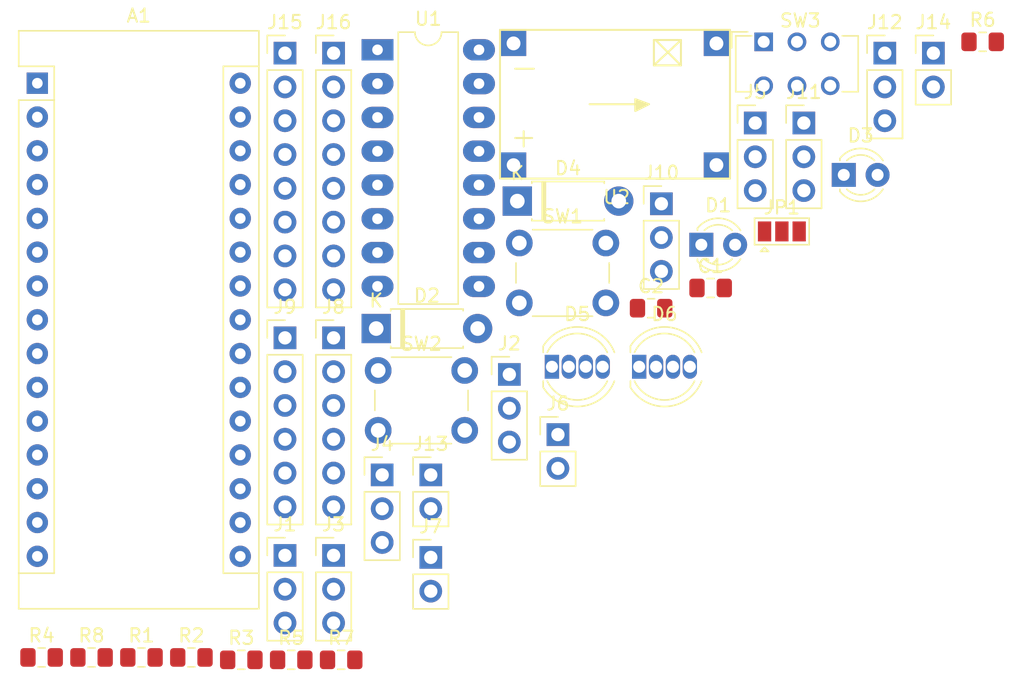
<source format=kicad_pcb>
(kicad_pcb (version 20171130) (host pcbnew "(5.0.1)-4")

  (general
    (thickness 1.6)
    (drawings 0)
    (tracks 0)
    (zones 0)
    (modules 39)
    (nets 58)
  )

  (page A4)
  (layers
    (0 F.Cu signal)
    (31 B.Cu signal)
    (32 B.Adhes user)
    (33 F.Adhes user)
    (34 B.Paste user)
    (35 F.Paste user)
    (36 B.SilkS user)
    (37 F.SilkS user)
    (38 B.Mask user)
    (39 F.Mask user)
    (40 Dwgs.User user)
    (41 Cmts.User user)
    (42 Eco1.User user)
    (43 Eco2.User user)
    (44 Edge.Cuts user)
    (45 Margin user)
    (46 B.CrtYd user)
    (47 F.CrtYd user)
    (48 B.Fab user)
    (49 F.Fab user)
  )

  (setup
    (last_trace_width 0.25)
    (trace_clearance 0.2)
    (zone_clearance 0.508)
    (zone_45_only no)
    (trace_min 0.2)
    (segment_width 0.2)
    (edge_width 0.15)
    (via_size 0.8)
    (via_drill 0.4)
    (via_min_size 0.4)
    (via_min_drill 0.3)
    (uvia_size 0.3)
    (uvia_drill 0.1)
    (uvias_allowed no)
    (uvia_min_size 0.2)
    (uvia_min_drill 0.1)
    (pcb_text_width 0.3)
    (pcb_text_size 1.5 1.5)
    (mod_edge_width 0.15)
    (mod_text_size 1 1)
    (mod_text_width 0.15)
    (pad_size 1.524 1.524)
    (pad_drill 0.762)
    (pad_to_mask_clearance 0.051)
    (solder_mask_min_width 0.25)
    (aux_axis_origin 0 0)
    (visible_elements FFFFFF7F)
    (pcbplotparams
      (layerselection 0x010fc_ffffffff)
      (usegerberextensions false)
      (usegerberattributes false)
      (usegerberadvancedattributes false)
      (creategerberjobfile false)
      (excludeedgelayer true)
      (linewidth 0.100000)
      (plotframeref false)
      (viasonmask false)
      (mode 1)
      (useauxorigin false)
      (hpglpennumber 1)
      (hpglpenspeed 20)
      (hpglpendiameter 15.000000)
      (psnegative false)
      (psa4output false)
      (plotreference true)
      (plotvalue true)
      (plotinvisibletext false)
      (padsonsilk false)
      (subtractmaskfromsilk false)
      (outputformat 1)
      (mirror false)
      (drillshape 1)
      (scaleselection 1)
      (outputdirectory ""))
  )

  (net 0 "")
  (net 1 BT_RX)
  (net 2 "Net-(A1-Pad17)")
  (net 3 BT_TX)
  (net 4 "Net-(A1-Pad18)")
  (net 5 "Net-(A1-Pad3)")
  (net 6 BAT)
  (net 7 GND)
  (net 8 A1)
  (net 9 NEO)
  (net 10 LINEA_1)
  (net 11 PWM_DER)
  (net 12 LINEA_2)
  (net 13 I2C_SDA)
  (net 14 LINEA_3)
  (net 15 I2C_SCL)
  (net 16 DIST_DCHA)
  (net 17 PWM_IZQ)
  (net 18 DIST_FRONT)
  (net 19 D7)
  (net 20 DIST_IZQ)
  (net 21 D8)
  (net 22 +5V)
  (net 23 D9)
  (net 24 "Net-(A1-Pad28)")
  (net 25 D10)
  (net 26 D11)
  (net 27 VCC)
  (net 28 LINEA_SEL)
  (net 29 D13)
  (net 30 LED_R)
  (net 31 "Net-(D1-Pad2)")
  (net 32 "Net-(D2-Pad1)")
  (net 33 "Net-(D3-Pad2)")
  (net 34 LED_G)
  (net 35 "Net-(D5-Pad1)")
  (net 36 "Net-(D5-Pad4)")
  (net 37 "Net-(J3-Pad2)")
  (net 38 VBAT)
  (net 39 "Net-(J6-Pad2)")
  (net 40 "Net-(J8-Pad1)")
  (net 41 "Net-(J8-Pad6)")
  (net 42 M_IZQ_-)
  (net 43 M_IZQ_+)
  (net 44 M_DER_+)
  (net 45 M_DER_-)
  (net 46 DIR_DER_2)
  (net 47 DIR_DER_1)
  (net 48 STBY_MOT)
  (net 49 DIR_IZQ_1)
  (net 50 DIR_IZQ_2)
  (net 51 VDD)
  (net 52 B1)
  (net 53 B2)
  (net 54 "Net-(SW3-Pad1)")
  (net 55 "Net-(SW3-Pad3)")
  (net 56 "Net-(SW3-Pad4)")
  (net 57 "Net-(U1-Pad13)")

  (net_class Default "Esta es la clase de red por defecto."
    (clearance 0.2)
    (trace_width 0.25)
    (via_dia 0.8)
    (via_drill 0.4)
    (uvia_dia 0.3)
    (uvia_drill 0.1)
    (add_net +5V)
    (add_net A1)
    (add_net B1)
    (add_net B2)
    (add_net BAT)
    (add_net BT_RX)
    (add_net BT_TX)
    (add_net D10)
    (add_net D11)
    (add_net D13)
    (add_net D7)
    (add_net D8)
    (add_net D9)
    (add_net DIR_DER_1)
    (add_net DIR_DER_2)
    (add_net DIR_IZQ_1)
    (add_net DIR_IZQ_2)
    (add_net DIST_DCHA)
    (add_net DIST_FRONT)
    (add_net DIST_IZQ)
    (add_net GND)
    (add_net I2C_SCL)
    (add_net I2C_SDA)
    (add_net LED_G)
    (add_net LED_R)
    (add_net LINEA_1)
    (add_net LINEA_2)
    (add_net LINEA_3)
    (add_net LINEA_SEL)
    (add_net M_DER_+)
    (add_net M_DER_-)
    (add_net M_IZQ_+)
    (add_net M_IZQ_-)
    (add_net NEO)
    (add_net "Net-(A1-Pad17)")
    (add_net "Net-(A1-Pad18)")
    (add_net "Net-(A1-Pad28)")
    (add_net "Net-(A1-Pad3)")
    (add_net "Net-(D1-Pad2)")
    (add_net "Net-(D2-Pad1)")
    (add_net "Net-(D3-Pad2)")
    (add_net "Net-(D5-Pad1)")
    (add_net "Net-(D5-Pad4)")
    (add_net "Net-(J3-Pad2)")
    (add_net "Net-(J6-Pad2)")
    (add_net "Net-(J8-Pad1)")
    (add_net "Net-(J8-Pad6)")
    (add_net "Net-(SW3-Pad1)")
    (add_net "Net-(SW3-Pad3)")
    (add_net "Net-(SW3-Pad4)")
    (add_net "Net-(U1-Pad13)")
    (add_net PWM_DER)
    (add_net PWM_IZQ)
    (add_net STBY_MOT)
    (add_net VBAT)
    (add_net VCC)
    (add_net VDD)
  )

  (module Module:Arduino_Nano (layer F.Cu) (tedit 58ACAF70) (tstamp 5C304C23)
    (at 177.450001 75.205001)
    (descr "Arduino Nano, http://www.mouser.com/pdfdocs/Gravitech_Arduino_Nano3_0.pdf")
    (tags "Arduino Nano")
    (path /5C070329)
    (fp_text reference A1 (at 7.62 -5.08) (layer F.SilkS)
      (effects (font (size 1 1) (thickness 0.15)))
    )
    (fp_text value Arduino_Nano_v3.x (at 8.89 19.05 90) (layer F.Fab)
      (effects (font (size 1 1) (thickness 0.15)))
    )
    (fp_text user %R (at 6.35 19.05 90) (layer F.Fab)
      (effects (font (size 1 1) (thickness 0.15)))
    )
    (fp_line (start 1.27 1.27) (end 1.27 -1.27) (layer F.SilkS) (width 0.12))
    (fp_line (start 1.27 -1.27) (end -1.4 -1.27) (layer F.SilkS) (width 0.12))
    (fp_line (start -1.4 1.27) (end -1.4 39.5) (layer F.SilkS) (width 0.12))
    (fp_line (start -1.4 -3.94) (end -1.4 -1.27) (layer F.SilkS) (width 0.12))
    (fp_line (start 13.97 -1.27) (end 16.64 -1.27) (layer F.SilkS) (width 0.12))
    (fp_line (start 13.97 -1.27) (end 13.97 36.83) (layer F.SilkS) (width 0.12))
    (fp_line (start 13.97 36.83) (end 16.64 36.83) (layer F.SilkS) (width 0.12))
    (fp_line (start 1.27 1.27) (end -1.4 1.27) (layer F.SilkS) (width 0.12))
    (fp_line (start 1.27 1.27) (end 1.27 36.83) (layer F.SilkS) (width 0.12))
    (fp_line (start 1.27 36.83) (end -1.4 36.83) (layer F.SilkS) (width 0.12))
    (fp_line (start 3.81 31.75) (end 11.43 31.75) (layer F.Fab) (width 0.1))
    (fp_line (start 11.43 31.75) (end 11.43 41.91) (layer F.Fab) (width 0.1))
    (fp_line (start 11.43 41.91) (end 3.81 41.91) (layer F.Fab) (width 0.1))
    (fp_line (start 3.81 41.91) (end 3.81 31.75) (layer F.Fab) (width 0.1))
    (fp_line (start -1.4 39.5) (end 16.64 39.5) (layer F.SilkS) (width 0.12))
    (fp_line (start 16.64 39.5) (end 16.64 -3.94) (layer F.SilkS) (width 0.12))
    (fp_line (start 16.64 -3.94) (end -1.4 -3.94) (layer F.SilkS) (width 0.12))
    (fp_line (start 16.51 39.37) (end -1.27 39.37) (layer F.Fab) (width 0.1))
    (fp_line (start -1.27 39.37) (end -1.27 -2.54) (layer F.Fab) (width 0.1))
    (fp_line (start -1.27 -2.54) (end 0 -3.81) (layer F.Fab) (width 0.1))
    (fp_line (start 0 -3.81) (end 16.51 -3.81) (layer F.Fab) (width 0.1))
    (fp_line (start 16.51 -3.81) (end 16.51 39.37) (layer F.Fab) (width 0.1))
    (fp_line (start -1.53 -4.06) (end 16.75 -4.06) (layer F.CrtYd) (width 0.05))
    (fp_line (start -1.53 -4.06) (end -1.53 42.16) (layer F.CrtYd) (width 0.05))
    (fp_line (start 16.75 42.16) (end 16.75 -4.06) (layer F.CrtYd) (width 0.05))
    (fp_line (start 16.75 42.16) (end -1.53 42.16) (layer F.CrtYd) (width 0.05))
    (pad 1 thru_hole rect (at 0 0) (size 1.6 1.6) (drill 0.8) (layers *.Cu *.Mask)
      (net 1 BT_RX))
    (pad 17 thru_hole oval (at 15.24 33.02) (size 1.6 1.6) (drill 0.8) (layers *.Cu *.Mask)
      (net 2 "Net-(A1-Pad17)"))
    (pad 2 thru_hole oval (at 0 2.54) (size 1.6 1.6) (drill 0.8) (layers *.Cu *.Mask)
      (net 3 BT_TX))
    (pad 18 thru_hole oval (at 15.24 30.48) (size 1.6 1.6) (drill 0.8) (layers *.Cu *.Mask)
      (net 4 "Net-(A1-Pad18)"))
    (pad 3 thru_hole oval (at 0 5.08) (size 1.6 1.6) (drill 0.8) (layers *.Cu *.Mask)
      (net 5 "Net-(A1-Pad3)"))
    (pad 19 thru_hole oval (at 15.24 27.94) (size 1.6 1.6) (drill 0.8) (layers *.Cu *.Mask)
      (net 6 BAT))
    (pad 4 thru_hole oval (at 0 7.62) (size 1.6 1.6) (drill 0.8) (layers *.Cu *.Mask)
      (net 7 GND))
    (pad 20 thru_hole oval (at 15.24 25.4) (size 1.6 1.6) (drill 0.8) (layers *.Cu *.Mask)
      (net 8 A1))
    (pad 5 thru_hole oval (at 0 10.16) (size 1.6 1.6) (drill 0.8) (layers *.Cu *.Mask)
      (net 9 NEO))
    (pad 21 thru_hole oval (at 15.24 22.86) (size 1.6 1.6) (drill 0.8) (layers *.Cu *.Mask)
      (net 10 LINEA_1))
    (pad 6 thru_hole oval (at 0 12.7) (size 1.6 1.6) (drill 0.8) (layers *.Cu *.Mask)
      (net 11 PWM_DER))
    (pad 22 thru_hole oval (at 15.24 20.32) (size 1.6 1.6) (drill 0.8) (layers *.Cu *.Mask)
      (net 12 LINEA_2))
    (pad 7 thru_hole oval (at 0 15.24) (size 1.6 1.6) (drill 0.8) (layers *.Cu *.Mask)
      (net 13 I2C_SDA))
    (pad 23 thru_hole oval (at 15.24 17.78) (size 1.6 1.6) (drill 0.8) (layers *.Cu *.Mask)
      (net 14 LINEA_3))
    (pad 8 thru_hole oval (at 0 17.78) (size 1.6 1.6) (drill 0.8) (layers *.Cu *.Mask)
      (net 15 I2C_SCL))
    (pad 24 thru_hole oval (at 15.24 15.24) (size 1.6 1.6) (drill 0.8) (layers *.Cu *.Mask)
      (net 16 DIST_DCHA))
    (pad 9 thru_hole oval (at 0 20.32) (size 1.6 1.6) (drill 0.8) (layers *.Cu *.Mask)
      (net 17 PWM_IZQ))
    (pad 25 thru_hole oval (at 15.24 12.7) (size 1.6 1.6) (drill 0.8) (layers *.Cu *.Mask)
      (net 18 DIST_FRONT))
    (pad 10 thru_hole oval (at 0 22.86) (size 1.6 1.6) (drill 0.8) (layers *.Cu *.Mask)
      (net 19 D7))
    (pad 26 thru_hole oval (at 15.24 10.16) (size 1.6 1.6) (drill 0.8) (layers *.Cu *.Mask)
      (net 20 DIST_IZQ))
    (pad 11 thru_hole oval (at 0 25.4) (size 1.6 1.6) (drill 0.8) (layers *.Cu *.Mask)
      (net 21 D8))
    (pad 27 thru_hole oval (at 15.24 7.62) (size 1.6 1.6) (drill 0.8) (layers *.Cu *.Mask)
      (net 22 +5V))
    (pad 12 thru_hole oval (at 0 27.94) (size 1.6 1.6) (drill 0.8) (layers *.Cu *.Mask)
      (net 23 D9))
    (pad 28 thru_hole oval (at 15.24 5.08) (size 1.6 1.6) (drill 0.8) (layers *.Cu *.Mask)
      (net 24 "Net-(A1-Pad28)"))
    (pad 13 thru_hole oval (at 0 30.48) (size 1.6 1.6) (drill 0.8) (layers *.Cu *.Mask)
      (net 25 D10))
    (pad 29 thru_hole oval (at 15.24 2.54) (size 1.6 1.6) (drill 0.8) (layers *.Cu *.Mask)
      (net 7 GND))
    (pad 14 thru_hole oval (at 0 33.02) (size 1.6 1.6) (drill 0.8) (layers *.Cu *.Mask)
      (net 26 D11))
    (pad 30 thru_hole oval (at 15.24 0) (size 1.6 1.6) (drill 0.8) (layers *.Cu *.Mask)
      (net 27 VCC))
    (pad 15 thru_hole oval (at 0 35.56) (size 1.6 1.6) (drill 0.8) (layers *.Cu *.Mask)
      (net 28 LINEA_SEL))
    (pad 16 thru_hole oval (at 15.24 35.56) (size 1.6 1.6) (drill 0.8) (layers *.Cu *.Mask)
      (net 29 D13))
    (model ${KISYS3DMOD}/Module.3dshapes/Arduino_Nano_WithMountingHoles.wrl
      (at (xyz 0 0 0))
      (scale (xyz 1 1 1))
      (rotate (xyz 0 0 0))
    )
  )

  (module Capacitor_SMD:C_0805_2012Metric_Pad1.15x1.40mm_HandSolder (layer F.Cu) (tedit 5B36C52B) (tstamp 5C304BC7)
    (at 228.020001 90.595001)
    (descr "Capacitor SMD 0805 (2012 Metric), square (rectangular) end terminal, IPC_7351 nominal with elongated pad for handsoldering. (Body size source: https://docs.google.com/spreadsheets/d/1BsfQQcO9C6DZCsRaXUlFlo91Tg2WpOkGARC1WS5S8t0/edit?usp=sharing), generated with kicad-footprint-generator")
    (tags "capacitor handsolder")
    (path /5C12A37D)
    (attr smd)
    (fp_text reference C1 (at 0 -1.65) (layer F.SilkS)
      (effects (font (size 1 1) (thickness 0.15)))
    )
    (fp_text value C (at 0 1.65) (layer F.Fab)
      (effects (font (size 1 1) (thickness 0.15)))
    )
    (fp_line (start -1 0.6) (end -1 -0.6) (layer F.Fab) (width 0.1))
    (fp_line (start -1 -0.6) (end 1 -0.6) (layer F.Fab) (width 0.1))
    (fp_line (start 1 -0.6) (end 1 0.6) (layer F.Fab) (width 0.1))
    (fp_line (start 1 0.6) (end -1 0.6) (layer F.Fab) (width 0.1))
    (fp_line (start -0.261252 -0.71) (end 0.261252 -0.71) (layer F.SilkS) (width 0.12))
    (fp_line (start -0.261252 0.71) (end 0.261252 0.71) (layer F.SilkS) (width 0.12))
    (fp_line (start -1.85 0.95) (end -1.85 -0.95) (layer F.CrtYd) (width 0.05))
    (fp_line (start -1.85 -0.95) (end 1.85 -0.95) (layer F.CrtYd) (width 0.05))
    (fp_line (start 1.85 -0.95) (end 1.85 0.95) (layer F.CrtYd) (width 0.05))
    (fp_line (start 1.85 0.95) (end -1.85 0.95) (layer F.CrtYd) (width 0.05))
    (fp_text user %R (at 0 0) (layer F.Fab)
      (effects (font (size 0.5 0.5) (thickness 0.08)))
    )
    (pad 1 smd roundrect (at -1.025 0) (size 1.15 1.4) (layers F.Cu F.Paste F.Mask) (roundrect_rratio 0.217391)
      (net 7 GND))
    (pad 2 smd roundrect (at 1.025 0) (size 1.15 1.4) (layers F.Cu F.Paste F.Mask) (roundrect_rratio 0.217391)
      (net 22 +5V))
    (model ${KISYS3DMOD}/Capacitor_SMD.3dshapes/C_0805_2012Metric.wrl
      (at (xyz 0 0 0))
      (scale (xyz 1 1 1))
      (rotate (xyz 0 0 0))
    )
  )

  (module Capacitor_SMD:C_0805_2012Metric_Pad1.15x1.40mm_HandSolder (layer F.Cu) (tedit 5B36C52B) (tstamp 5C304B97)
    (at 223.550001 92.115001)
    (descr "Capacitor SMD 0805 (2012 Metric), square (rectangular) end terminal, IPC_7351 nominal with elongated pad for handsoldering. (Body size source: https://docs.google.com/spreadsheets/d/1BsfQQcO9C6DZCsRaXUlFlo91Tg2WpOkGARC1WS5S8t0/edit?usp=sharing), generated with kicad-footprint-generator")
    (tags "capacitor handsolder")
    (path /5C12A1FE)
    (attr smd)
    (fp_text reference C2 (at 0 -1.65) (layer F.SilkS)
      (effects (font (size 1 1) (thickness 0.15)))
    )
    (fp_text value C (at 0 1.65) (layer F.Fab)
      (effects (font (size 1 1) (thickness 0.15)))
    )
    (fp_text user %R (at 0 0) (layer F.Fab)
      (effects (font (size 0.5 0.5) (thickness 0.08)))
    )
    (fp_line (start 1.85 0.95) (end -1.85 0.95) (layer F.CrtYd) (width 0.05))
    (fp_line (start 1.85 -0.95) (end 1.85 0.95) (layer F.CrtYd) (width 0.05))
    (fp_line (start -1.85 -0.95) (end 1.85 -0.95) (layer F.CrtYd) (width 0.05))
    (fp_line (start -1.85 0.95) (end -1.85 -0.95) (layer F.CrtYd) (width 0.05))
    (fp_line (start -0.261252 0.71) (end 0.261252 0.71) (layer F.SilkS) (width 0.12))
    (fp_line (start -0.261252 -0.71) (end 0.261252 -0.71) (layer F.SilkS) (width 0.12))
    (fp_line (start 1 0.6) (end -1 0.6) (layer F.Fab) (width 0.1))
    (fp_line (start 1 -0.6) (end 1 0.6) (layer F.Fab) (width 0.1))
    (fp_line (start -1 -0.6) (end 1 -0.6) (layer F.Fab) (width 0.1))
    (fp_line (start -1 0.6) (end -1 -0.6) (layer F.Fab) (width 0.1))
    (pad 2 smd roundrect (at 1.025 0) (size 1.15 1.4) (layers F.Cu F.Paste F.Mask) (roundrect_rratio 0.217391)
      (net 22 +5V))
    (pad 1 smd roundrect (at -1.025 0) (size 1.15 1.4) (layers F.Cu F.Paste F.Mask) (roundrect_rratio 0.217391)
      (net 7 GND))
    (model ${KISYS3DMOD}/Capacitor_SMD.3dshapes/C_0805_2012Metric.wrl
      (at (xyz 0 0 0))
      (scale (xyz 1 1 1))
      (rotate (xyz 0 0 0))
    )
  )

  (module LED_THT:LED_D3.0mm (layer F.Cu) (tedit 587A3A7B) (tstamp 5C304B63)
    (at 227.320001 87.345001)
    (descr "LED, diameter 3.0mm, 2 pins")
    (tags "LED diameter 3.0mm 2 pins")
    (path /5BF99DC7)
    (fp_text reference D1 (at 1.27 -2.96) (layer F.SilkS)
      (effects (font (size 1 1) (thickness 0.15)))
    )
    (fp_text value LED (at 1.27 2.96) (layer F.Fab)
      (effects (font (size 1 1) (thickness 0.15)))
    )
    (fp_arc (start 1.27 0) (end -0.23 -1.16619) (angle 284.3) (layer F.Fab) (width 0.1))
    (fp_arc (start 1.27 0) (end -0.29 -1.235516) (angle 108.8) (layer F.SilkS) (width 0.12))
    (fp_arc (start 1.27 0) (end -0.29 1.235516) (angle -108.8) (layer F.SilkS) (width 0.12))
    (fp_arc (start 1.27 0) (end 0.229039 -1.08) (angle 87.9) (layer F.SilkS) (width 0.12))
    (fp_arc (start 1.27 0) (end 0.229039 1.08) (angle -87.9) (layer F.SilkS) (width 0.12))
    (fp_circle (center 1.27 0) (end 2.77 0) (layer F.Fab) (width 0.1))
    (fp_line (start -0.23 -1.16619) (end -0.23 1.16619) (layer F.Fab) (width 0.1))
    (fp_line (start -0.29 -1.236) (end -0.29 -1.08) (layer F.SilkS) (width 0.12))
    (fp_line (start -0.29 1.08) (end -0.29 1.236) (layer F.SilkS) (width 0.12))
    (fp_line (start -1.15 -2.25) (end -1.15 2.25) (layer F.CrtYd) (width 0.05))
    (fp_line (start -1.15 2.25) (end 3.7 2.25) (layer F.CrtYd) (width 0.05))
    (fp_line (start 3.7 2.25) (end 3.7 -2.25) (layer F.CrtYd) (width 0.05))
    (fp_line (start 3.7 -2.25) (end -1.15 -2.25) (layer F.CrtYd) (width 0.05))
    (pad 1 thru_hole rect (at 0 0) (size 1.8 1.8) (drill 0.9) (layers *.Cu *.Mask)
      (net 30 LED_R))
    (pad 2 thru_hole circle (at 2.54 0) (size 1.8 1.8) (drill 0.9) (layers *.Cu *.Mask)
      (net 31 "Net-(D1-Pad2)"))
    (model ${KISYS3DMOD}/LED_THT.3dshapes/LED_D3.0mm.wrl
      (at (xyz 0 0 0))
      (scale (xyz 1 1 1))
      (rotate (xyz 0 0 0))
    )
  )

  (module Diode_THT:D_DO-41_SOD81_P7.62mm_Horizontal (layer F.Cu) (tedit 5AE50CD5) (tstamp 5C304AA0)
    (at 202.900001 93.645001)
    (descr "Diode, DO-41_SOD81 series, Axial, Horizontal, pin pitch=7.62mm, , length*diameter=5.2*2.7mm^2, , http://www.diodes.com/_files/packages/DO-41%20(Plastic).pdf")
    (tags "Diode DO-41_SOD81 series Axial Horizontal pin pitch 7.62mm  length 5.2mm diameter 2.7mm")
    (path /5BFBADF7)
    (fp_text reference D2 (at 3.81 -2.47) (layer F.SilkS)
      (effects (font (size 1 1) (thickness 0.15)))
    )
    (fp_text value D_Small (at 3.81 2.47) (layer F.Fab)
      (effects (font (size 1 1) (thickness 0.15)))
    )
    (fp_line (start 1.21 -1.35) (end 1.21 1.35) (layer F.Fab) (width 0.1))
    (fp_line (start 1.21 1.35) (end 6.41 1.35) (layer F.Fab) (width 0.1))
    (fp_line (start 6.41 1.35) (end 6.41 -1.35) (layer F.Fab) (width 0.1))
    (fp_line (start 6.41 -1.35) (end 1.21 -1.35) (layer F.Fab) (width 0.1))
    (fp_line (start 0 0) (end 1.21 0) (layer F.Fab) (width 0.1))
    (fp_line (start 7.62 0) (end 6.41 0) (layer F.Fab) (width 0.1))
    (fp_line (start 1.99 -1.35) (end 1.99 1.35) (layer F.Fab) (width 0.1))
    (fp_line (start 2.09 -1.35) (end 2.09 1.35) (layer F.Fab) (width 0.1))
    (fp_line (start 1.89 -1.35) (end 1.89 1.35) (layer F.Fab) (width 0.1))
    (fp_line (start 1.09 -1.34) (end 1.09 -1.47) (layer F.SilkS) (width 0.12))
    (fp_line (start 1.09 -1.47) (end 6.53 -1.47) (layer F.SilkS) (width 0.12))
    (fp_line (start 6.53 -1.47) (end 6.53 -1.34) (layer F.SilkS) (width 0.12))
    (fp_line (start 1.09 1.34) (end 1.09 1.47) (layer F.SilkS) (width 0.12))
    (fp_line (start 1.09 1.47) (end 6.53 1.47) (layer F.SilkS) (width 0.12))
    (fp_line (start 6.53 1.47) (end 6.53 1.34) (layer F.SilkS) (width 0.12))
    (fp_line (start 1.99 -1.47) (end 1.99 1.47) (layer F.SilkS) (width 0.12))
    (fp_line (start 2.11 -1.47) (end 2.11 1.47) (layer F.SilkS) (width 0.12))
    (fp_line (start 1.87 -1.47) (end 1.87 1.47) (layer F.SilkS) (width 0.12))
    (fp_line (start -1.35 -1.6) (end -1.35 1.6) (layer F.CrtYd) (width 0.05))
    (fp_line (start -1.35 1.6) (end 8.97 1.6) (layer F.CrtYd) (width 0.05))
    (fp_line (start 8.97 1.6) (end 8.97 -1.6) (layer F.CrtYd) (width 0.05))
    (fp_line (start 8.97 -1.6) (end -1.35 -1.6) (layer F.CrtYd) (width 0.05))
    (fp_text user %R (at 4.2 0) (layer F.Fab)
      (effects (font (size 1 1) (thickness 0.15)))
    )
    (fp_text user K (at 0 -2.1) (layer F.Fab)
      (effects (font (size 1 1) (thickness 0.15)))
    )
    (fp_text user K (at 0 -2.1) (layer F.SilkS)
      (effects (font (size 1 1) (thickness 0.15)))
    )
    (pad 1 thru_hole rect (at 0 0) (size 2.2 2.2) (drill 1.1) (layers *.Cu *.Mask)
      (net 32 "Net-(D2-Pad1)"))
    (pad 2 thru_hole oval (at 7.62 0) (size 2.2 2.2) (drill 1.1) (layers *.Cu *.Mask)
      (net 3 BT_TX))
    (model ${KISYS3DMOD}/Diode_THT.3dshapes/D_DO-41_SOD81_P7.62mm_Horizontal.wrl
      (at (xyz 0 0 0))
      (scale (xyz 1 1 1))
      (rotate (xyz 0 0 0))
    )
  )

  (module LED_THT:LED_D3.0mm (layer F.Cu) (tedit 587A3A7B) (tstamp 5C304B2D)
    (at 238.020001 82.095001)
    (descr "LED, diameter 3.0mm, 2 pins")
    (tags "LED diameter 3.0mm 2 pins")
    (path /5BF99E57)
    (fp_text reference D3 (at 1.27 -2.96) (layer F.SilkS)
      (effects (font (size 1 1) (thickness 0.15)))
    )
    (fp_text value LED (at 1.27 2.96) (layer F.Fab)
      (effects (font (size 1 1) (thickness 0.15)))
    )
    (fp_line (start 3.7 -2.25) (end -1.15 -2.25) (layer F.CrtYd) (width 0.05))
    (fp_line (start 3.7 2.25) (end 3.7 -2.25) (layer F.CrtYd) (width 0.05))
    (fp_line (start -1.15 2.25) (end 3.7 2.25) (layer F.CrtYd) (width 0.05))
    (fp_line (start -1.15 -2.25) (end -1.15 2.25) (layer F.CrtYd) (width 0.05))
    (fp_line (start -0.29 1.08) (end -0.29 1.236) (layer F.SilkS) (width 0.12))
    (fp_line (start -0.29 -1.236) (end -0.29 -1.08) (layer F.SilkS) (width 0.12))
    (fp_line (start -0.23 -1.16619) (end -0.23 1.16619) (layer F.Fab) (width 0.1))
    (fp_circle (center 1.27 0) (end 2.77 0) (layer F.Fab) (width 0.1))
    (fp_arc (start 1.27 0) (end 0.229039 1.08) (angle -87.9) (layer F.SilkS) (width 0.12))
    (fp_arc (start 1.27 0) (end 0.229039 -1.08) (angle 87.9) (layer F.SilkS) (width 0.12))
    (fp_arc (start 1.27 0) (end -0.29 1.235516) (angle -108.8) (layer F.SilkS) (width 0.12))
    (fp_arc (start 1.27 0) (end -0.29 -1.235516) (angle 108.8) (layer F.SilkS) (width 0.12))
    (fp_arc (start 1.27 0) (end -0.23 -1.16619) (angle 284.3) (layer F.Fab) (width 0.1))
    (pad 2 thru_hole circle (at 2.54 0) (size 1.8 1.8) (drill 0.9) (layers *.Cu *.Mask)
      (net 33 "Net-(D3-Pad2)"))
    (pad 1 thru_hole rect (at 0 0) (size 1.8 1.8) (drill 0.9) (layers *.Cu *.Mask)
      (net 34 LED_G))
    (model ${KISYS3DMOD}/LED_THT.3dshapes/LED_D3.0mm.wrl
      (at (xyz 0 0 0))
      (scale (xyz 1 1 1))
      (rotate (xyz 0 0 0))
    )
  )

  (module Diode_THT:D_DO-41_SOD81_P7.62mm_Horizontal (layer F.Cu) (tedit 5AE50CD5) (tstamp 5C3048FF)
    (at 213.500001 84.065001)
    (descr "Diode, DO-41_SOD81 series, Axial, Horizontal, pin pitch=7.62mm, , length*diameter=5.2*2.7mm^2, , http://www.diodes.com/_files/packages/DO-41%20(Plastic).pdf")
    (tags "Diode DO-41_SOD81 series Axial Horizontal pin pitch 7.62mm  length 5.2mm diameter 2.7mm")
    (path /5BFA839C)
    (fp_text reference D4 (at 3.81 -2.47) (layer F.SilkS)
      (effects (font (size 1 1) (thickness 0.15)))
    )
    (fp_text value D_Small (at 3.81 2.47) (layer F.Fab)
      (effects (font (size 1 1) (thickness 0.15)))
    )
    (fp_text user K (at 0 -2.1) (layer F.SilkS)
      (effects (font (size 1 1) (thickness 0.15)))
    )
    (fp_text user K (at 0 -2.1) (layer F.Fab)
      (effects (font (size 1 1) (thickness 0.15)))
    )
    (fp_text user %R (at 4.2 0) (layer F.Fab)
      (effects (font (size 1 1) (thickness 0.15)))
    )
    (fp_line (start 8.97 -1.6) (end -1.35 -1.6) (layer F.CrtYd) (width 0.05))
    (fp_line (start 8.97 1.6) (end 8.97 -1.6) (layer F.CrtYd) (width 0.05))
    (fp_line (start -1.35 1.6) (end 8.97 1.6) (layer F.CrtYd) (width 0.05))
    (fp_line (start -1.35 -1.6) (end -1.35 1.6) (layer F.CrtYd) (width 0.05))
    (fp_line (start 1.87 -1.47) (end 1.87 1.47) (layer F.SilkS) (width 0.12))
    (fp_line (start 2.11 -1.47) (end 2.11 1.47) (layer F.SilkS) (width 0.12))
    (fp_line (start 1.99 -1.47) (end 1.99 1.47) (layer F.SilkS) (width 0.12))
    (fp_line (start 6.53 1.47) (end 6.53 1.34) (layer F.SilkS) (width 0.12))
    (fp_line (start 1.09 1.47) (end 6.53 1.47) (layer F.SilkS) (width 0.12))
    (fp_line (start 1.09 1.34) (end 1.09 1.47) (layer F.SilkS) (width 0.12))
    (fp_line (start 6.53 -1.47) (end 6.53 -1.34) (layer F.SilkS) (width 0.12))
    (fp_line (start 1.09 -1.47) (end 6.53 -1.47) (layer F.SilkS) (width 0.12))
    (fp_line (start 1.09 -1.34) (end 1.09 -1.47) (layer F.SilkS) (width 0.12))
    (fp_line (start 1.89 -1.35) (end 1.89 1.35) (layer F.Fab) (width 0.1))
    (fp_line (start 2.09 -1.35) (end 2.09 1.35) (layer F.Fab) (width 0.1))
    (fp_line (start 1.99 -1.35) (end 1.99 1.35) (layer F.Fab) (width 0.1))
    (fp_line (start 7.62 0) (end 6.41 0) (layer F.Fab) (width 0.1))
    (fp_line (start 0 0) (end 1.21 0) (layer F.Fab) (width 0.1))
    (fp_line (start 6.41 -1.35) (end 1.21 -1.35) (layer F.Fab) (width 0.1))
    (fp_line (start 6.41 1.35) (end 6.41 -1.35) (layer F.Fab) (width 0.1))
    (fp_line (start 1.21 1.35) (end 6.41 1.35) (layer F.Fab) (width 0.1))
    (fp_line (start 1.21 -1.35) (end 1.21 1.35) (layer F.Fab) (width 0.1))
    (pad 2 thru_hole oval (at 7.62 0) (size 2.2 2.2) (drill 1.1) (layers *.Cu *.Mask)
      (net 6 BAT))
    (pad 1 thru_hole rect (at 0 0) (size 2.2 2.2) (drill 1.1) (layers *.Cu *.Mask)
      (net 22 +5V))
    (model ${KISYS3DMOD}/Diode_THT.3dshapes/D_DO-41_SOD81_P7.62mm_Horizontal.wrl
      (at (xyz 0 0 0))
      (scale (xyz 1 1 1))
      (rotate (xyz 0 0 0))
    )
  )

  (module LED_THT:LED_D5.0mm-4_RGB (layer F.Cu) (tedit 5B74EEBE) (tstamp 5C304AF1)
    (at 216.100001 96.515001)
    (descr "LED, diameter 5.0mm, 2 pins, diameter 5.0mm, 3 pins, diameter 5.0mm, 4 pins, http://www.kingbright.com/attachments/file/psearch/000/00/00/L-154A4SUREQBFZGEW(Ver.9A).pdf")
    (tags "LED diameter 5.0mm 2 pins diameter 5.0mm 3 pins diameter 5.0mm 4 pins RGB RGBLED")
    (path /5C11058A)
    (fp_text reference D5 (at 1.905 -3.96) (layer F.SilkS)
      (effects (font (size 1 1) (thickness 0.15)))
    )
    (fp_text value NeoPixel_THT (at 1.905 3.96) (layer F.Fab)
      (effects (font (size 1 1) (thickness 0.15)))
    )
    (fp_arc (start 1.905 0) (end -0.595 -1.469694) (angle 299.1) (layer F.Fab) (width 0.1))
    (fp_arc (start 1.905 0) (end -0.655 -1.54483) (angle 127.7) (layer F.SilkS) (width 0.12))
    (fp_arc (start 1.905 0) (end -0.655 1.54483) (angle -127.7) (layer F.SilkS) (width 0.12))
    (fp_arc (start 1.905 0) (end -0.349684 -1.08) (angle 128.8) (layer F.SilkS) (width 0.12))
    (fp_arc (start 1.905 0) (end -0.349684 1.08) (angle -128.8) (layer F.SilkS) (width 0.12))
    (fp_circle (center 1.905 0) (end 4.405 0) (layer F.Fab) (width 0.1))
    (fp_line (start -0.595 -1.469694) (end -0.595 1.469694) (layer F.Fab) (width 0.1))
    (fp_line (start -0.655 -1.545) (end -0.655 -1.08) (layer F.SilkS) (width 0.12))
    (fp_line (start -0.655 1.08) (end -0.655 1.545) (layer F.SilkS) (width 0.12))
    (fp_line (start -1.35 -3.25) (end -1.35 3.25) (layer F.CrtYd) (width 0.05))
    (fp_line (start -1.35 3.25) (end 5.15 3.25) (layer F.CrtYd) (width 0.05))
    (fp_line (start 5.15 3.25) (end 5.15 -3.25) (layer F.CrtYd) (width 0.05))
    (fp_line (start 5.15 -3.25) (end -1.35 -3.25) (layer F.CrtYd) (width 0.05))
    (fp_text user %R (at 1.905 -3.96) (layer F.Fab)
      (effects (font (size 1 1) (thickness 0.15)))
    )
    (pad 1 thru_hole rect (at 0 0) (size 1.07 1.8) (drill 0.9) (layers *.Cu *.Mask)
      (net 35 "Net-(D5-Pad1)"))
    (pad 2 thru_hole oval (at 1.27 0) (size 1.07 1.8) (drill 0.9) (layers *.Cu *.Mask)
      (net 7 GND))
    (pad 3 thru_hole oval (at 2.54 0) (size 1.07 1.8) (drill 0.9) (layers *.Cu *.Mask)
      (net 22 +5V))
    (pad 4 thru_hole oval (at 3.81 0) (size 1.07 1.8) (drill 0.9) (layers *.Cu *.Mask)
      (net 36 "Net-(D5-Pad4)"))
    (model ${KISYS3DMOD}/LED_THT.3dshapes/LED_D5.0mm-4_RGB.wrl
      (at (xyz 0 0 0))
      (scale (xyz 1 1 1))
      (rotate (xyz 0 0 0))
    )
  )

  (module LED_THT:LED_D5.0mm-4_RGB (layer F.Cu) (tedit 5B74EEBE) (tstamp 5C3048B7)
    (at 222.650001 96.515001)
    (descr "LED, diameter 5.0mm, 2 pins, diameter 5.0mm, 3 pins, diameter 5.0mm, 4 pins, http://www.kingbright.com/attachments/file/psearch/000/00/00/L-154A4SUREQBFZGEW(Ver.9A).pdf")
    (tags "LED diameter 5.0mm 2 pins diameter 5.0mm 3 pins diameter 5.0mm 4 pins RGB RGBLED")
    (path /5C10AC53)
    (fp_text reference D6 (at 1.905 -3.96) (layer F.SilkS)
      (effects (font (size 1 1) (thickness 0.15)))
    )
    (fp_text value NeoPixel_THT (at 1.905 3.96) (layer F.Fab)
      (effects (font (size 1 1) (thickness 0.15)))
    )
    (fp_text user %R (at 1.905 -3.96) (layer F.Fab)
      (effects (font (size 1 1) (thickness 0.15)))
    )
    (fp_line (start 5.15 -3.25) (end -1.35 -3.25) (layer F.CrtYd) (width 0.05))
    (fp_line (start 5.15 3.25) (end 5.15 -3.25) (layer F.CrtYd) (width 0.05))
    (fp_line (start -1.35 3.25) (end 5.15 3.25) (layer F.CrtYd) (width 0.05))
    (fp_line (start -1.35 -3.25) (end -1.35 3.25) (layer F.CrtYd) (width 0.05))
    (fp_line (start -0.655 1.08) (end -0.655 1.545) (layer F.SilkS) (width 0.12))
    (fp_line (start -0.655 -1.545) (end -0.655 -1.08) (layer F.SilkS) (width 0.12))
    (fp_line (start -0.595 -1.469694) (end -0.595 1.469694) (layer F.Fab) (width 0.1))
    (fp_circle (center 1.905 0) (end 4.405 0) (layer F.Fab) (width 0.1))
    (fp_arc (start 1.905 0) (end -0.349684 1.08) (angle -128.8) (layer F.SilkS) (width 0.12))
    (fp_arc (start 1.905 0) (end -0.349684 -1.08) (angle 128.8) (layer F.SilkS) (width 0.12))
    (fp_arc (start 1.905 0) (end -0.655 1.54483) (angle -127.7) (layer F.SilkS) (width 0.12))
    (fp_arc (start 1.905 0) (end -0.655 -1.54483) (angle 127.7) (layer F.SilkS) (width 0.12))
    (fp_arc (start 1.905 0) (end -0.595 -1.469694) (angle 299.1) (layer F.Fab) (width 0.1))
    (pad 4 thru_hole oval (at 3.81 0) (size 1.07 1.8) (drill 0.9) (layers *.Cu *.Mask)
      (net 9 NEO))
    (pad 3 thru_hole oval (at 2.54 0) (size 1.07 1.8) (drill 0.9) (layers *.Cu *.Mask)
      (net 22 +5V))
    (pad 2 thru_hole oval (at 1.27 0) (size 1.07 1.8) (drill 0.9) (layers *.Cu *.Mask)
      (net 7 GND))
    (pad 1 thru_hole rect (at 0 0) (size 1.07 1.8) (drill 0.9) (layers *.Cu *.Mask)
      (net 36 "Net-(D5-Pad4)"))
    (model ${KISYS3DMOD}/LED_THT.3dshapes/LED_D5.0mm-4_RGB.wrl
      (at (xyz 0 0 0))
      (scale (xyz 1 1 1))
      (rotate (xyz 0 0 0))
    )
  )

  (module Connector_PinHeader_2.54mm:PinHeader_1x03_P2.54mm_Vertical (layer F.Cu) (tedit 59FED5CC) (tstamp 5C304A14)
    (at 196.050001 110.695001)
    (descr "Through hole straight pin header, 1x03, 2.54mm pitch, single row")
    (tags "Through hole pin header THT 1x03 2.54mm single row")
    (path /5BFAA1EB)
    (fp_text reference J1 (at 0 -2.33) (layer F.SilkS)
      (effects (font (size 1 1) (thickness 0.15)))
    )
    (fp_text value Conn_01x03 (at 0 7.41) (layer F.Fab)
      (effects (font (size 1 1) (thickness 0.15)))
    )
    (fp_line (start -0.635 -1.27) (end 1.27 -1.27) (layer F.Fab) (width 0.1))
    (fp_line (start 1.27 -1.27) (end 1.27 6.35) (layer F.Fab) (width 0.1))
    (fp_line (start 1.27 6.35) (end -1.27 6.35) (layer F.Fab) (width 0.1))
    (fp_line (start -1.27 6.35) (end -1.27 -0.635) (layer F.Fab) (width 0.1))
    (fp_line (start -1.27 -0.635) (end -0.635 -1.27) (layer F.Fab) (width 0.1))
    (fp_line (start -1.33 6.41) (end 1.33 6.41) (layer F.SilkS) (width 0.12))
    (fp_line (start -1.33 1.27) (end -1.33 6.41) (layer F.SilkS) (width 0.12))
    (fp_line (start 1.33 1.27) (end 1.33 6.41) (layer F.SilkS) (width 0.12))
    (fp_line (start -1.33 1.27) (end 1.33 1.27) (layer F.SilkS) (width 0.12))
    (fp_line (start -1.33 0) (end -1.33 -1.33) (layer F.SilkS) (width 0.12))
    (fp_line (start -1.33 -1.33) (end 0 -1.33) (layer F.SilkS) (width 0.12))
    (fp_line (start -1.8 -1.8) (end -1.8 6.85) (layer F.CrtYd) (width 0.05))
    (fp_line (start -1.8 6.85) (end 1.8 6.85) (layer F.CrtYd) (width 0.05))
    (fp_line (start 1.8 6.85) (end 1.8 -1.8) (layer F.CrtYd) (width 0.05))
    (fp_line (start 1.8 -1.8) (end -1.8 -1.8) (layer F.CrtYd) (width 0.05))
    (fp_text user %R (at 0 2.54 90) (layer F.Fab)
      (effects (font (size 1 1) (thickness 0.15)))
    )
    (pad 1 thru_hole rect (at 0 0) (size 1.7 1.7) (drill 1) (layers *.Cu *.Mask)
      (net 19 D7))
    (pad 2 thru_hole oval (at 0 2.54) (size 1.7 1.7) (drill 1) (layers *.Cu *.Mask)
      (net 21 D8))
    (pad 3 thru_hole oval (at 0 5.08) (size 1.7 1.7) (drill 1) (layers *.Cu *.Mask)
      (net 23 D9))
    (model ${KISYS3DMOD}/Connector_PinHeader_2.54mm.3dshapes/PinHeader_1x03_P2.54mm_Vertical.wrl
      (at (xyz 0 0 0))
      (scale (xyz 1 1 1))
      (rotate (xyz 0 0 0))
    )
  )

  (module Connector_PinHeader_2.54mm:PinHeader_1x03_P2.54mm_Vertical (layer F.Cu) (tedit 59FED5CC) (tstamp 5C304A56)
    (at 212.900001 97.095001)
    (descr "Through hole straight pin header, 1x03, 2.54mm pitch, single row")
    (tags "Through hole pin header THT 1x03 2.54mm single row")
    (path /5BFAF1D4)
    (fp_text reference J2 (at 0 -2.33) (layer F.SilkS)
      (effects (font (size 1 1) (thickness 0.15)))
    )
    (fp_text value Conn_01x03 (at 0 7.41) (layer F.Fab)
      (effects (font (size 1 1) (thickness 0.15)))
    )
    (fp_line (start -0.635 -1.27) (end 1.27 -1.27) (layer F.Fab) (width 0.1))
    (fp_line (start 1.27 -1.27) (end 1.27 6.35) (layer F.Fab) (width 0.1))
    (fp_line (start 1.27 6.35) (end -1.27 6.35) (layer F.Fab) (width 0.1))
    (fp_line (start -1.27 6.35) (end -1.27 -0.635) (layer F.Fab) (width 0.1))
    (fp_line (start -1.27 -0.635) (end -0.635 -1.27) (layer F.Fab) (width 0.1))
    (fp_line (start -1.33 6.41) (end 1.33 6.41) (layer F.SilkS) (width 0.12))
    (fp_line (start -1.33 1.27) (end -1.33 6.41) (layer F.SilkS) (width 0.12))
    (fp_line (start 1.33 1.27) (end 1.33 6.41) (layer F.SilkS) (width 0.12))
    (fp_line (start -1.33 1.27) (end 1.33 1.27) (layer F.SilkS) (width 0.12))
    (fp_line (start -1.33 0) (end -1.33 -1.33) (layer F.SilkS) (width 0.12))
    (fp_line (start -1.33 -1.33) (end 0 -1.33) (layer F.SilkS) (width 0.12))
    (fp_line (start -1.8 -1.8) (end -1.8 6.85) (layer F.CrtYd) (width 0.05))
    (fp_line (start -1.8 6.85) (end 1.8 6.85) (layer F.CrtYd) (width 0.05))
    (fp_line (start 1.8 6.85) (end 1.8 -1.8) (layer F.CrtYd) (width 0.05))
    (fp_line (start 1.8 -1.8) (end -1.8 -1.8) (layer F.CrtYd) (width 0.05))
    (fp_text user %R (at 0 2.54 90) (layer F.Fab)
      (effects (font (size 1 1) (thickness 0.15)))
    )
    (pad 1 thru_hole rect (at 0 0) (size 1.7 1.7) (drill 1) (layers *.Cu *.Mask)
      (net 25 D10))
    (pad 2 thru_hole oval (at 0 2.54) (size 1.7 1.7) (drill 1) (layers *.Cu *.Mask)
      (net 26 D11))
    (pad 3 thru_hole oval (at 0 5.08) (size 1.7 1.7) (drill 1) (layers *.Cu *.Mask)
      (net 29 D13))
    (model ${KISYS3DMOD}/Connector_PinHeader_2.54mm.3dshapes/PinHeader_1x03_P2.54mm_Vertical.wrl
      (at (xyz 0 0 0))
      (scale (xyz 1 1 1))
      (rotate (xyz 0 0 0))
    )
  )

  (module Connector_PinHeader_2.54mm:PinHeader_1x03_P2.54mm_Vertical (layer F.Cu) (tedit 59FED5CC) (tstamp 5C304951)
    (at 199.700001 110.695001)
    (descr "Through hole straight pin header, 1x03, 2.54mm pitch, single row")
    (tags "Through hole pin header THT 1x03 2.54mm single row")
    (path /5BFA3BBD)
    (fp_text reference J3 (at 0 -2.33) (layer F.SilkS)
      (effects (font (size 1 1) (thickness 0.15)))
    )
    (fp_text value Conn_01x03 (at 0 7.41) (layer F.Fab)
      (effects (font (size 1 1) (thickness 0.15)))
    )
    (fp_text user %R (at 0 2.54 90) (layer F.Fab)
      (effects (font (size 1 1) (thickness 0.15)))
    )
    (fp_line (start 1.8 -1.8) (end -1.8 -1.8) (layer F.CrtYd) (width 0.05))
    (fp_line (start 1.8 6.85) (end 1.8 -1.8) (layer F.CrtYd) (width 0.05))
    (fp_line (start -1.8 6.85) (end 1.8 6.85) (layer F.CrtYd) (width 0.05))
    (fp_line (start -1.8 -1.8) (end -1.8 6.85) (layer F.CrtYd) (width 0.05))
    (fp_line (start -1.33 -1.33) (end 0 -1.33) (layer F.SilkS) (width 0.12))
    (fp_line (start -1.33 0) (end -1.33 -1.33) (layer F.SilkS) (width 0.12))
    (fp_line (start -1.33 1.27) (end 1.33 1.27) (layer F.SilkS) (width 0.12))
    (fp_line (start 1.33 1.27) (end 1.33 6.41) (layer F.SilkS) (width 0.12))
    (fp_line (start -1.33 1.27) (end -1.33 6.41) (layer F.SilkS) (width 0.12))
    (fp_line (start -1.33 6.41) (end 1.33 6.41) (layer F.SilkS) (width 0.12))
    (fp_line (start -1.27 -0.635) (end -0.635 -1.27) (layer F.Fab) (width 0.1))
    (fp_line (start -1.27 6.35) (end -1.27 -0.635) (layer F.Fab) (width 0.1))
    (fp_line (start 1.27 6.35) (end -1.27 6.35) (layer F.Fab) (width 0.1))
    (fp_line (start 1.27 -1.27) (end 1.27 6.35) (layer F.Fab) (width 0.1))
    (fp_line (start -0.635 -1.27) (end 1.27 -1.27) (layer F.Fab) (width 0.1))
    (pad 3 thru_hole oval (at 0 5.08) (size 1.7 1.7) (drill 1) (layers *.Cu *.Mask)
      (net 7 GND))
    (pad 2 thru_hole oval (at 0 2.54) (size 1.7 1.7) (drill 1) (layers *.Cu *.Mask)
      (net 37 "Net-(J3-Pad2)"))
    (pad 1 thru_hole rect (at 0 0) (size 1.7 1.7) (drill 1) (layers *.Cu *.Mask)
      (net 38 VBAT))
    (model ${KISYS3DMOD}/Connector_PinHeader_2.54mm.3dshapes/PinHeader_1x03_P2.54mm_Vertical.wrl
      (at (xyz 0 0 0))
      (scale (xyz 1 1 1))
      (rotate (xyz 0 0 0))
    )
  )

  (module Connector_PinHeader_2.54mm:PinHeader_1x03_P2.54mm_Vertical (layer F.Cu) (tedit 59FED5CC) (tstamp 5C3049D2)
    (at 203.350001 104.645001)
    (descr "Through hole straight pin header, 1x03, 2.54mm pitch, single row")
    (tags "Through hole pin header THT 1x03 2.54mm single row")
    (path /5BFAFCD0)
    (fp_text reference J4 (at 0 -2.33) (layer F.SilkS)
      (effects (font (size 1 1) (thickness 0.15)))
    )
    (fp_text value Conn_01x03 (at 0 7.41) (layer F.Fab)
      (effects (font (size 1 1) (thickness 0.15)))
    )
    (fp_text user %R (at 0 2.54 90) (layer F.Fab)
      (effects (font (size 1 1) (thickness 0.15)))
    )
    (fp_line (start 1.8 -1.8) (end -1.8 -1.8) (layer F.CrtYd) (width 0.05))
    (fp_line (start 1.8 6.85) (end 1.8 -1.8) (layer F.CrtYd) (width 0.05))
    (fp_line (start -1.8 6.85) (end 1.8 6.85) (layer F.CrtYd) (width 0.05))
    (fp_line (start -1.8 -1.8) (end -1.8 6.85) (layer F.CrtYd) (width 0.05))
    (fp_line (start -1.33 -1.33) (end 0 -1.33) (layer F.SilkS) (width 0.12))
    (fp_line (start -1.33 0) (end -1.33 -1.33) (layer F.SilkS) (width 0.12))
    (fp_line (start -1.33 1.27) (end 1.33 1.27) (layer F.SilkS) (width 0.12))
    (fp_line (start 1.33 1.27) (end 1.33 6.41) (layer F.SilkS) (width 0.12))
    (fp_line (start -1.33 1.27) (end -1.33 6.41) (layer F.SilkS) (width 0.12))
    (fp_line (start -1.33 6.41) (end 1.33 6.41) (layer F.SilkS) (width 0.12))
    (fp_line (start -1.27 -0.635) (end -0.635 -1.27) (layer F.Fab) (width 0.1))
    (fp_line (start -1.27 6.35) (end -1.27 -0.635) (layer F.Fab) (width 0.1))
    (fp_line (start 1.27 6.35) (end -1.27 6.35) (layer F.Fab) (width 0.1))
    (fp_line (start 1.27 -1.27) (end 1.27 6.35) (layer F.Fab) (width 0.1))
    (fp_line (start -0.635 -1.27) (end 1.27 -1.27) (layer F.Fab) (width 0.1))
    (pad 3 thru_hole oval (at 0 5.08) (size 1.7 1.7) (drill 1) (layers *.Cu *.Mask)
      (net 22 +5V))
    (pad 2 thru_hole oval (at 0 2.54) (size 1.7 1.7) (drill 1) (layers *.Cu *.Mask)
      (net 22 +5V))
    (pad 1 thru_hole rect (at 0 0) (size 1.7 1.7) (drill 1) (layers *.Cu *.Mask)
      (net 8 A1))
    (model ${KISYS3DMOD}/Connector_PinHeader_2.54mm.3dshapes/PinHeader_1x03_P2.54mm_Vertical.wrl
      (at (xyz 0 0 0))
      (scale (xyz 1 1 1))
      (rotate (xyz 0 0 0))
    )
  )

  (module Connector_PinHeader_2.54mm:PinHeader_1x03_P2.54mm_Vertical (layer F.Cu) (tedit 59FED5CC) (tstamp 5C304876)
    (at 231.370001 78.195001)
    (descr "Through hole straight pin header, 1x03, 2.54mm pitch, single row")
    (tags "Through hole pin header THT 1x03 2.54mm single row")
    (path /5BFB05BB)
    (fp_text reference J5 (at 0 -2.33) (layer F.SilkS)
      (effects (font (size 1 1) (thickness 0.15)))
    )
    (fp_text value Conn_01x03 (at 0 7.41) (layer F.Fab)
      (effects (font (size 1 1) (thickness 0.15)))
    )
    (fp_line (start -0.635 -1.27) (end 1.27 -1.27) (layer F.Fab) (width 0.1))
    (fp_line (start 1.27 -1.27) (end 1.27 6.35) (layer F.Fab) (width 0.1))
    (fp_line (start 1.27 6.35) (end -1.27 6.35) (layer F.Fab) (width 0.1))
    (fp_line (start -1.27 6.35) (end -1.27 -0.635) (layer F.Fab) (width 0.1))
    (fp_line (start -1.27 -0.635) (end -0.635 -1.27) (layer F.Fab) (width 0.1))
    (fp_line (start -1.33 6.41) (end 1.33 6.41) (layer F.SilkS) (width 0.12))
    (fp_line (start -1.33 1.27) (end -1.33 6.41) (layer F.SilkS) (width 0.12))
    (fp_line (start 1.33 1.27) (end 1.33 6.41) (layer F.SilkS) (width 0.12))
    (fp_line (start -1.33 1.27) (end 1.33 1.27) (layer F.SilkS) (width 0.12))
    (fp_line (start -1.33 0) (end -1.33 -1.33) (layer F.SilkS) (width 0.12))
    (fp_line (start -1.33 -1.33) (end 0 -1.33) (layer F.SilkS) (width 0.12))
    (fp_line (start -1.8 -1.8) (end -1.8 6.85) (layer F.CrtYd) (width 0.05))
    (fp_line (start -1.8 6.85) (end 1.8 6.85) (layer F.CrtYd) (width 0.05))
    (fp_line (start 1.8 6.85) (end 1.8 -1.8) (layer F.CrtYd) (width 0.05))
    (fp_line (start 1.8 -1.8) (end -1.8 -1.8) (layer F.CrtYd) (width 0.05))
    (fp_text user %R (at 0 2.54 90) (layer F.Fab)
      (effects (font (size 1 1) (thickness 0.15)))
    )
    (pad 1 thru_hole rect (at 0 0) (size 1.7 1.7) (drill 1) (layers *.Cu *.Mask)
      (net 7 GND))
    (pad 2 thru_hole oval (at 0 2.54) (size 1.7 1.7) (drill 1) (layers *.Cu *.Mask)
      (net 7 GND))
    (pad 3 thru_hole oval (at 0 5.08) (size 1.7 1.7) (drill 1) (layers *.Cu *.Mask)
      (net 7 GND))
    (model ${KISYS3DMOD}/Connector_PinHeader_2.54mm.3dshapes/PinHeader_1x03_P2.54mm_Vertical.wrl
      (at (xyz 0 0 0))
      (scale (xyz 1 1 1))
      (rotate (xyz 0 0 0))
    )
  )

  (module Connector_PinHeader_2.54mm:PinHeader_1x02_P2.54mm_Vertical (layer F.Cu) (tedit 59FED5CC) (tstamp 5C3047EB)
    (at 216.550001 101.615001)
    (descr "Through hole straight pin header, 1x02, 2.54mm pitch, single row")
    (tags "Through hole pin header THT 1x02 2.54mm single row")
    (path /5BFA47B3)
    (fp_text reference J6 (at 0 -2.33) (layer F.SilkS)
      (effects (font (size 1 1) (thickness 0.15)))
    )
    (fp_text value Conn_01x02 (at 0 4.87) (layer F.Fab)
      (effects (font (size 1 1) (thickness 0.15)))
    )
    (fp_line (start -0.635 -1.27) (end 1.27 -1.27) (layer F.Fab) (width 0.1))
    (fp_line (start 1.27 -1.27) (end 1.27 3.81) (layer F.Fab) (width 0.1))
    (fp_line (start 1.27 3.81) (end -1.27 3.81) (layer F.Fab) (width 0.1))
    (fp_line (start -1.27 3.81) (end -1.27 -0.635) (layer F.Fab) (width 0.1))
    (fp_line (start -1.27 -0.635) (end -0.635 -1.27) (layer F.Fab) (width 0.1))
    (fp_line (start -1.33 3.87) (end 1.33 3.87) (layer F.SilkS) (width 0.12))
    (fp_line (start -1.33 1.27) (end -1.33 3.87) (layer F.SilkS) (width 0.12))
    (fp_line (start 1.33 1.27) (end 1.33 3.87) (layer F.SilkS) (width 0.12))
    (fp_line (start -1.33 1.27) (end 1.33 1.27) (layer F.SilkS) (width 0.12))
    (fp_line (start -1.33 0) (end -1.33 -1.33) (layer F.SilkS) (width 0.12))
    (fp_line (start -1.33 -1.33) (end 0 -1.33) (layer F.SilkS) (width 0.12))
    (fp_line (start -1.8 -1.8) (end -1.8 4.35) (layer F.CrtYd) (width 0.05))
    (fp_line (start -1.8 4.35) (end 1.8 4.35) (layer F.CrtYd) (width 0.05))
    (fp_line (start 1.8 4.35) (end 1.8 -1.8) (layer F.CrtYd) (width 0.05))
    (fp_line (start 1.8 -1.8) (end -1.8 -1.8) (layer F.CrtYd) (width 0.05))
    (fp_text user %R (at 0 1.27 90) (layer F.Fab)
      (effects (font (size 1 1) (thickness 0.15)))
    )
    (pad 1 thru_hole rect (at 0 0) (size 1.7 1.7) (drill 1) (layers *.Cu *.Mask)
      (net 38 VBAT))
    (pad 2 thru_hole oval (at 0 2.54) (size 1.7 1.7) (drill 1) (layers *.Cu *.Mask)
      (net 39 "Net-(J6-Pad2)"))
    (model ${KISYS3DMOD}/Connector_PinHeader_2.54mm.3dshapes/PinHeader_1x02_P2.54mm_Vertical.wrl
      (at (xyz 0 0 0))
      (scale (xyz 1 1 1))
      (rotate (xyz 0 0 0))
    )
  )

  (module Connector_PinHeader_2.54mm:PinHeader_1x02_P2.54mm_Vertical (layer F.Cu) (tedit 59FED5CC) (tstamp 5C304992)
    (at 207.000001 110.845001)
    (descr "Through hole straight pin header, 1x02, 2.54mm pitch, single row")
    (tags "Through hole pin header THT 1x02 2.54mm single row")
    (path /5BFA4862)
    (fp_text reference J7 (at 0 -2.33) (layer F.SilkS)
      (effects (font (size 1 1) (thickness 0.15)))
    )
    (fp_text value Conn_01x02 (at 0 4.87) (layer F.Fab)
      (effects (font (size 1 1) (thickness 0.15)))
    )
    (fp_text user %R (at 0 1.27 90) (layer F.Fab)
      (effects (font (size 1 1) (thickness 0.15)))
    )
    (fp_line (start 1.8 -1.8) (end -1.8 -1.8) (layer F.CrtYd) (width 0.05))
    (fp_line (start 1.8 4.35) (end 1.8 -1.8) (layer F.CrtYd) (width 0.05))
    (fp_line (start -1.8 4.35) (end 1.8 4.35) (layer F.CrtYd) (width 0.05))
    (fp_line (start -1.8 -1.8) (end -1.8 4.35) (layer F.CrtYd) (width 0.05))
    (fp_line (start -1.33 -1.33) (end 0 -1.33) (layer F.SilkS) (width 0.12))
    (fp_line (start -1.33 0) (end -1.33 -1.33) (layer F.SilkS) (width 0.12))
    (fp_line (start -1.33 1.27) (end 1.33 1.27) (layer F.SilkS) (width 0.12))
    (fp_line (start 1.33 1.27) (end 1.33 3.87) (layer F.SilkS) (width 0.12))
    (fp_line (start -1.33 1.27) (end -1.33 3.87) (layer F.SilkS) (width 0.12))
    (fp_line (start -1.33 3.87) (end 1.33 3.87) (layer F.SilkS) (width 0.12))
    (fp_line (start -1.27 -0.635) (end -0.635 -1.27) (layer F.Fab) (width 0.1))
    (fp_line (start -1.27 3.81) (end -1.27 -0.635) (layer F.Fab) (width 0.1))
    (fp_line (start 1.27 3.81) (end -1.27 3.81) (layer F.Fab) (width 0.1))
    (fp_line (start 1.27 -1.27) (end 1.27 3.81) (layer F.Fab) (width 0.1))
    (fp_line (start -0.635 -1.27) (end 1.27 -1.27) (layer F.Fab) (width 0.1))
    (pad 2 thru_hole oval (at 0 2.54) (size 1.7 1.7) (drill 1) (layers *.Cu *.Mask)
      (net 7 GND))
    (pad 1 thru_hole rect (at 0 0) (size 1.7 1.7) (drill 1) (layers *.Cu *.Mask)
      (net 39 "Net-(J6-Pad2)"))
    (model ${KISYS3DMOD}/Connector_PinHeader_2.54mm.3dshapes/PinHeader_1x02_P2.54mm_Vertical.wrl
      (at (xyz 0 0 0))
      (scale (xyz 1 1 1))
      (rotate (xyz 0 0 0))
    )
  )

  (module Connector_PinHeader_2.54mm:PinHeader_1x06_P2.54mm_Vertical (layer F.Cu) (tedit 59FED5CC) (tstamp 5C30482E)
    (at 199.700001 94.345001)
    (descr "Through hole straight pin header, 1x06, 2.54mm pitch, single row")
    (tags "Through hole pin header THT 1x06 2.54mm single row")
    (path /5BFB711F)
    (fp_text reference J8 (at 0 -2.33) (layer F.SilkS)
      (effects (font (size 1 1) (thickness 0.15)))
    )
    (fp_text value Conn_01x06 (at 0 15.03) (layer F.Fab)
      (effects (font (size 1 1) (thickness 0.15)))
    )
    (fp_line (start -0.635 -1.27) (end 1.27 -1.27) (layer F.Fab) (width 0.1))
    (fp_line (start 1.27 -1.27) (end 1.27 13.97) (layer F.Fab) (width 0.1))
    (fp_line (start 1.27 13.97) (end -1.27 13.97) (layer F.Fab) (width 0.1))
    (fp_line (start -1.27 13.97) (end -1.27 -0.635) (layer F.Fab) (width 0.1))
    (fp_line (start -1.27 -0.635) (end -0.635 -1.27) (layer F.Fab) (width 0.1))
    (fp_line (start -1.33 14.03) (end 1.33 14.03) (layer F.SilkS) (width 0.12))
    (fp_line (start -1.33 1.27) (end -1.33 14.03) (layer F.SilkS) (width 0.12))
    (fp_line (start 1.33 1.27) (end 1.33 14.03) (layer F.SilkS) (width 0.12))
    (fp_line (start -1.33 1.27) (end 1.33 1.27) (layer F.SilkS) (width 0.12))
    (fp_line (start -1.33 0) (end -1.33 -1.33) (layer F.SilkS) (width 0.12))
    (fp_line (start -1.33 -1.33) (end 0 -1.33) (layer F.SilkS) (width 0.12))
    (fp_line (start -1.8 -1.8) (end -1.8 14.5) (layer F.CrtYd) (width 0.05))
    (fp_line (start -1.8 14.5) (end 1.8 14.5) (layer F.CrtYd) (width 0.05))
    (fp_line (start 1.8 14.5) (end 1.8 -1.8) (layer F.CrtYd) (width 0.05))
    (fp_line (start 1.8 -1.8) (end -1.8 -1.8) (layer F.CrtYd) (width 0.05))
    (fp_text user %R (at 0 6.35 90) (layer F.Fab)
      (effects (font (size 1 1) (thickness 0.15)))
    )
    (pad 1 thru_hole rect (at 0 0) (size 1.7 1.7) (drill 1) (layers *.Cu *.Mask)
      (net 40 "Net-(J8-Pad1)"))
    (pad 2 thru_hole oval (at 0 2.54) (size 1.7 1.7) (drill 1) (layers *.Cu *.Mask)
      (net 22 +5V))
    (pad 3 thru_hole oval (at 0 5.08) (size 1.7 1.7) (drill 1) (layers *.Cu *.Mask)
      (net 7 GND))
    (pad 4 thru_hole oval (at 0 7.62) (size 1.7 1.7) (drill 1) (layers *.Cu *.Mask)
      (net 32 "Net-(D2-Pad1)"))
    (pad 5 thru_hole oval (at 0 10.16) (size 1.7 1.7) (drill 1) (layers *.Cu *.Mask)
      (net 1 BT_RX))
    (pad 6 thru_hole oval (at 0 12.7) (size 1.7 1.7) (drill 1) (layers *.Cu *.Mask)
      (net 41 "Net-(J8-Pad6)"))
    (model ${KISYS3DMOD}/Connector_PinHeader_2.54mm.3dshapes/PinHeader_1x06_P2.54mm_Vertical.wrl
      (at (xyz 0 0 0))
      (scale (xyz 1 1 1))
      (rotate (xyz 0 0 0))
    )
  )

  (module Connector_PinHeader_2.54mm:PinHeader_1x06_P2.54mm_Vertical (layer F.Cu) (tedit 59FED5CC) (tstamp 5C304762)
    (at 196.050001 94.345001)
    (descr "Through hole straight pin header, 1x06, 2.54mm pitch, single row")
    (tags "Through hole pin header THT 1x06 2.54mm single row")
    (path /5BFC8AFB)
    (fp_text reference J9 (at 0 -2.33) (layer F.SilkS)
      (effects (font (size 1 1) (thickness 0.15)))
    )
    (fp_text value Conn_01x06 (at 0 15.03) (layer F.Fab)
      (effects (font (size 1 1) (thickness 0.15)))
    )
    (fp_text user %R (at 0 6.35 90) (layer F.Fab)
      (effects (font (size 1 1) (thickness 0.15)))
    )
    (fp_line (start 1.8 -1.8) (end -1.8 -1.8) (layer F.CrtYd) (width 0.05))
    (fp_line (start 1.8 14.5) (end 1.8 -1.8) (layer F.CrtYd) (width 0.05))
    (fp_line (start -1.8 14.5) (end 1.8 14.5) (layer F.CrtYd) (width 0.05))
    (fp_line (start -1.8 -1.8) (end -1.8 14.5) (layer F.CrtYd) (width 0.05))
    (fp_line (start -1.33 -1.33) (end 0 -1.33) (layer F.SilkS) (width 0.12))
    (fp_line (start -1.33 0) (end -1.33 -1.33) (layer F.SilkS) (width 0.12))
    (fp_line (start -1.33 1.27) (end 1.33 1.27) (layer F.SilkS) (width 0.12))
    (fp_line (start 1.33 1.27) (end 1.33 14.03) (layer F.SilkS) (width 0.12))
    (fp_line (start -1.33 1.27) (end -1.33 14.03) (layer F.SilkS) (width 0.12))
    (fp_line (start -1.33 14.03) (end 1.33 14.03) (layer F.SilkS) (width 0.12))
    (fp_line (start -1.27 -0.635) (end -0.635 -1.27) (layer F.Fab) (width 0.1))
    (fp_line (start -1.27 13.97) (end -1.27 -0.635) (layer F.Fab) (width 0.1))
    (fp_line (start 1.27 13.97) (end -1.27 13.97) (layer F.Fab) (width 0.1))
    (fp_line (start 1.27 -1.27) (end 1.27 13.97) (layer F.Fab) (width 0.1))
    (fp_line (start -0.635 -1.27) (end 1.27 -1.27) (layer F.Fab) (width 0.1))
    (pad 6 thru_hole oval (at 0 12.7) (size 1.7 1.7) (drill 1) (layers *.Cu *.Mask)
      (net 28 LINEA_SEL))
    (pad 5 thru_hole oval (at 0 10.16) (size 1.7 1.7) (drill 1) (layers *.Cu *.Mask)
      (net 14 LINEA_3))
    (pad 4 thru_hole oval (at 0 7.62) (size 1.7 1.7) (drill 1) (layers *.Cu *.Mask)
      (net 12 LINEA_2))
    (pad 3 thru_hole oval (at 0 5.08) (size 1.7 1.7) (drill 1) (layers *.Cu *.Mask)
      (net 10 LINEA_1))
    (pad 2 thru_hole oval (at 0 2.54) (size 1.7 1.7) (drill 1) (layers *.Cu *.Mask)
      (net 7 GND))
    (pad 1 thru_hole rect (at 0 0) (size 1.7 1.7) (drill 1) (layers *.Cu *.Mask)
      (net 22 +5V))
    (model ${KISYS3DMOD}/Connector_PinHeader_2.54mm.3dshapes/PinHeader_1x06_P2.54mm_Vertical.wrl
      (at (xyz 0 0 0))
      (scale (xyz 1 1 1))
      (rotate (xyz 0 0 0))
    )
  )

  (module Connector_PinHeader_2.54mm:PinHeader_1x03_P2.54mm_Vertical (layer F.Cu) (tedit 59FED5CC) (tstamp 5C3047AA)
    (at 224.320001 84.265001)
    (descr "Through hole straight pin header, 1x03, 2.54mm pitch, single row")
    (tags "Through hole pin header THT 1x03 2.54mm single row")
    (path /5C0491AF)
    (fp_text reference J10 (at 0 -2.33) (layer F.SilkS)
      (effects (font (size 1 1) (thickness 0.15)))
    )
    (fp_text value Conn_01x03 (at 0 7.41) (layer F.Fab)
      (effects (font (size 1 1) (thickness 0.15)))
    )
    (fp_text user %R (at 0 2.54 90) (layer F.Fab)
      (effects (font (size 1 1) (thickness 0.15)))
    )
    (fp_line (start 1.8 -1.8) (end -1.8 -1.8) (layer F.CrtYd) (width 0.05))
    (fp_line (start 1.8 6.85) (end 1.8 -1.8) (layer F.CrtYd) (width 0.05))
    (fp_line (start -1.8 6.85) (end 1.8 6.85) (layer F.CrtYd) (width 0.05))
    (fp_line (start -1.8 -1.8) (end -1.8 6.85) (layer F.CrtYd) (width 0.05))
    (fp_line (start -1.33 -1.33) (end 0 -1.33) (layer F.SilkS) (width 0.12))
    (fp_line (start -1.33 0) (end -1.33 -1.33) (layer F.SilkS) (width 0.12))
    (fp_line (start -1.33 1.27) (end 1.33 1.27) (layer F.SilkS) (width 0.12))
    (fp_line (start 1.33 1.27) (end 1.33 6.41) (layer F.SilkS) (width 0.12))
    (fp_line (start -1.33 1.27) (end -1.33 6.41) (layer F.SilkS) (width 0.12))
    (fp_line (start -1.33 6.41) (end 1.33 6.41) (layer F.SilkS) (width 0.12))
    (fp_line (start -1.27 -0.635) (end -0.635 -1.27) (layer F.Fab) (width 0.1))
    (fp_line (start -1.27 6.35) (end -1.27 -0.635) (layer F.Fab) (width 0.1))
    (fp_line (start 1.27 6.35) (end -1.27 6.35) (layer F.Fab) (width 0.1))
    (fp_line (start 1.27 -1.27) (end 1.27 6.35) (layer F.Fab) (width 0.1))
    (fp_line (start -0.635 -1.27) (end 1.27 -1.27) (layer F.Fab) (width 0.1))
    (pad 3 thru_hole oval (at 0 5.08) (size 1.7 1.7) (drill 1) (layers *.Cu *.Mask)
      (net 22 +5V))
    (pad 2 thru_hole oval (at 0 2.54) (size 1.7 1.7) (drill 1) (layers *.Cu *.Mask)
      (net 7 GND))
    (pad 1 thru_hole rect (at 0 0) (size 1.7 1.7) (drill 1) (layers *.Cu *.Mask)
      (net 16 DIST_DCHA))
    (model ${KISYS3DMOD}/Connector_PinHeader_2.54mm.3dshapes/PinHeader_1x03_P2.54mm_Vertical.wrl
      (at (xyz 0 0 0))
      (scale (xyz 1 1 1))
      (rotate (xyz 0 0 0))
    )
  )

  (module Connector_PinHeader_2.54mm:PinHeader_1x03_P2.54mm_Vertical (layer F.Cu) (tedit 59FED5CC) (tstamp 5C30471D)
    (at 235.020001 78.195001)
    (descr "Through hole straight pin header, 1x03, 2.54mm pitch, single row")
    (tags "Through hole pin header THT 1x03 2.54mm single row")
    (path /5C047841)
    (fp_text reference J11 (at 0 -2.33) (layer F.SilkS)
      (effects (font (size 1 1) (thickness 0.15)))
    )
    (fp_text value Conn_01x03 (at 0 7.41) (layer F.Fab)
      (effects (font (size 1 1) (thickness 0.15)))
    )
    (fp_line (start -0.635 -1.27) (end 1.27 -1.27) (layer F.Fab) (width 0.1))
    (fp_line (start 1.27 -1.27) (end 1.27 6.35) (layer F.Fab) (width 0.1))
    (fp_line (start 1.27 6.35) (end -1.27 6.35) (layer F.Fab) (width 0.1))
    (fp_line (start -1.27 6.35) (end -1.27 -0.635) (layer F.Fab) (width 0.1))
    (fp_line (start -1.27 -0.635) (end -0.635 -1.27) (layer F.Fab) (width 0.1))
    (fp_line (start -1.33 6.41) (end 1.33 6.41) (layer F.SilkS) (width 0.12))
    (fp_line (start -1.33 1.27) (end -1.33 6.41) (layer F.SilkS) (width 0.12))
    (fp_line (start 1.33 1.27) (end 1.33 6.41) (layer F.SilkS) (width 0.12))
    (fp_line (start -1.33 1.27) (end 1.33 1.27) (layer F.SilkS) (width 0.12))
    (fp_line (start -1.33 0) (end -1.33 -1.33) (layer F.SilkS) (width 0.12))
    (fp_line (start -1.33 -1.33) (end 0 -1.33) (layer F.SilkS) (width 0.12))
    (fp_line (start -1.8 -1.8) (end -1.8 6.85) (layer F.CrtYd) (width 0.05))
    (fp_line (start -1.8 6.85) (end 1.8 6.85) (layer F.CrtYd) (width 0.05))
    (fp_line (start 1.8 6.85) (end 1.8 -1.8) (layer F.CrtYd) (width 0.05))
    (fp_line (start 1.8 -1.8) (end -1.8 -1.8) (layer F.CrtYd) (width 0.05))
    (fp_text user %R (at 0 2.54 90) (layer F.Fab)
      (effects (font (size 1 1) (thickness 0.15)))
    )
    (pad 1 thru_hole rect (at 0 0) (size 1.7 1.7) (drill 1) (layers *.Cu *.Mask)
      (net 18 DIST_FRONT))
    (pad 2 thru_hole oval (at 0 2.54) (size 1.7 1.7) (drill 1) (layers *.Cu *.Mask)
      (net 7 GND))
    (pad 3 thru_hole oval (at 0 5.08) (size 1.7 1.7) (drill 1) (layers *.Cu *.Mask)
      (net 22 +5V))
    (model ${KISYS3DMOD}/Connector_PinHeader_2.54mm.3dshapes/PinHeader_1x03_P2.54mm_Vertical.wrl
      (at (xyz 0 0 0))
      (scale (xyz 1 1 1))
      (rotate (xyz 0 0 0))
    )
  )

  (module Connector_PinHeader_2.54mm:PinHeader_1x03_P2.54mm_Vertical (layer F.Cu) (tedit 59FED5CC) (tstamp 5C3046DB)
    (at 241.100001 72.945001)
    (descr "Through hole straight pin header, 1x03, 2.54mm pitch, single row")
    (tags "Through hole pin header THT 1x03 2.54mm single row")
    (path /5C0409FD)
    (fp_text reference J12 (at 0 -2.33) (layer F.SilkS)
      (effects (font (size 1 1) (thickness 0.15)))
    )
    (fp_text value Conn_01x03 (at 0 7.41) (layer F.Fab)
      (effects (font (size 1 1) (thickness 0.15)))
    )
    (fp_text user %R (at 0 2.54 90) (layer F.Fab)
      (effects (font (size 1 1) (thickness 0.15)))
    )
    (fp_line (start 1.8 -1.8) (end -1.8 -1.8) (layer F.CrtYd) (width 0.05))
    (fp_line (start 1.8 6.85) (end 1.8 -1.8) (layer F.CrtYd) (width 0.05))
    (fp_line (start -1.8 6.85) (end 1.8 6.85) (layer F.CrtYd) (width 0.05))
    (fp_line (start -1.8 -1.8) (end -1.8 6.85) (layer F.CrtYd) (width 0.05))
    (fp_line (start -1.33 -1.33) (end 0 -1.33) (layer F.SilkS) (width 0.12))
    (fp_line (start -1.33 0) (end -1.33 -1.33) (layer F.SilkS) (width 0.12))
    (fp_line (start -1.33 1.27) (end 1.33 1.27) (layer F.SilkS) (width 0.12))
    (fp_line (start 1.33 1.27) (end 1.33 6.41) (layer F.SilkS) (width 0.12))
    (fp_line (start -1.33 1.27) (end -1.33 6.41) (layer F.SilkS) (width 0.12))
    (fp_line (start -1.33 6.41) (end 1.33 6.41) (layer F.SilkS) (width 0.12))
    (fp_line (start -1.27 -0.635) (end -0.635 -1.27) (layer F.Fab) (width 0.1))
    (fp_line (start -1.27 6.35) (end -1.27 -0.635) (layer F.Fab) (width 0.1))
    (fp_line (start 1.27 6.35) (end -1.27 6.35) (layer F.Fab) (width 0.1))
    (fp_line (start 1.27 -1.27) (end 1.27 6.35) (layer F.Fab) (width 0.1))
    (fp_line (start -0.635 -1.27) (end 1.27 -1.27) (layer F.Fab) (width 0.1))
    (pad 3 thru_hole oval (at 0 5.08) (size 1.7 1.7) (drill 1) (layers *.Cu *.Mask)
      (net 22 +5V))
    (pad 2 thru_hole oval (at 0 2.54) (size 1.7 1.7) (drill 1) (layers *.Cu *.Mask)
      (net 7 GND))
    (pad 1 thru_hole rect (at 0 0) (size 1.7 1.7) (drill 1) (layers *.Cu *.Mask)
      (net 20 DIST_IZQ))
    (model ${KISYS3DMOD}/Connector_PinHeader_2.54mm.3dshapes/PinHeader_1x03_P2.54mm_Vertical.wrl
      (at (xyz 0 0 0))
      (scale (xyz 1 1 1))
      (rotate (xyz 0 0 0))
    )
  )

  (module Connector_PinHeader_2.54mm:PinHeader_1x02_P2.54mm_Vertical (layer F.Cu) (tedit 59FED5CC) (tstamp 5C304440)
    (at 207.000001 104.645001)
    (descr "Through hole straight pin header, 1x02, 2.54mm pitch, single row")
    (tags "Through hole pin header THT 1x02 2.54mm single row")
    (path /5C240B93)
    (fp_text reference J13 (at 0 -2.33) (layer F.SilkS)
      (effects (font (size 1 1) (thickness 0.15)))
    )
    (fp_text value Conn_01x02 (at 0 4.87) (layer F.Fab)
      (effects (font (size 1 1) (thickness 0.15)))
    )
    (fp_line (start -0.635 -1.27) (end 1.27 -1.27) (layer F.Fab) (width 0.1))
    (fp_line (start 1.27 -1.27) (end 1.27 3.81) (layer F.Fab) (width 0.1))
    (fp_line (start 1.27 3.81) (end -1.27 3.81) (layer F.Fab) (width 0.1))
    (fp_line (start -1.27 3.81) (end -1.27 -0.635) (layer F.Fab) (width 0.1))
    (fp_line (start -1.27 -0.635) (end -0.635 -1.27) (layer F.Fab) (width 0.1))
    (fp_line (start -1.33 3.87) (end 1.33 3.87) (layer F.SilkS) (width 0.12))
    (fp_line (start -1.33 1.27) (end -1.33 3.87) (layer F.SilkS) (width 0.12))
    (fp_line (start 1.33 1.27) (end 1.33 3.87) (layer F.SilkS) (width 0.12))
    (fp_line (start -1.33 1.27) (end 1.33 1.27) (layer F.SilkS) (width 0.12))
    (fp_line (start -1.33 0) (end -1.33 -1.33) (layer F.SilkS) (width 0.12))
    (fp_line (start -1.33 -1.33) (end 0 -1.33) (layer F.SilkS) (width 0.12))
    (fp_line (start -1.8 -1.8) (end -1.8 4.35) (layer F.CrtYd) (width 0.05))
    (fp_line (start -1.8 4.35) (end 1.8 4.35) (layer F.CrtYd) (width 0.05))
    (fp_line (start 1.8 4.35) (end 1.8 -1.8) (layer F.CrtYd) (width 0.05))
    (fp_line (start 1.8 -1.8) (end -1.8 -1.8) (layer F.CrtYd) (width 0.05))
    (fp_text user %R (at 0 1.27 90) (layer F.Fab)
      (effects (font (size 1 1) (thickness 0.15)))
    )
    (pad 1 thru_hole rect (at 0 0) (size 1.7 1.7) (drill 1) (layers *.Cu *.Mask)
      (net 42 M_IZQ_-))
    (pad 2 thru_hole oval (at 0 2.54) (size 1.7 1.7) (drill 1) (layers *.Cu *.Mask)
      (net 43 M_IZQ_+))
    (model ${KISYS3DMOD}/Connector_PinHeader_2.54mm.3dshapes/PinHeader_1x02_P2.54mm_Vertical.wrl
      (at (xyz 0 0 0))
      (scale (xyz 1 1 1))
      (rotate (xyz 0 0 0))
    )
  )

  (module Connector_PinHeader_2.54mm:PinHeader_1x02_P2.54mm_Vertical (layer F.Cu) (tedit 59FED5CC) (tstamp 5C30469B)
    (at 244.750001 72.945001)
    (descr "Through hole straight pin header, 1x02, 2.54mm pitch, single row")
    (tags "Through hole pin header THT 1x02 2.54mm single row")
    (path /5C240C71)
    (fp_text reference J14 (at 0 -2.33) (layer F.SilkS)
      (effects (font (size 1 1) (thickness 0.15)))
    )
    (fp_text value Conn_01x02 (at 0 4.87) (layer F.Fab)
      (effects (font (size 1 1) (thickness 0.15)))
    )
    (fp_text user %R (at 0 1.27 90) (layer F.Fab)
      (effects (font (size 1 1) (thickness 0.15)))
    )
    (fp_line (start 1.8 -1.8) (end -1.8 -1.8) (layer F.CrtYd) (width 0.05))
    (fp_line (start 1.8 4.35) (end 1.8 -1.8) (layer F.CrtYd) (width 0.05))
    (fp_line (start -1.8 4.35) (end 1.8 4.35) (layer F.CrtYd) (width 0.05))
    (fp_line (start -1.8 -1.8) (end -1.8 4.35) (layer F.CrtYd) (width 0.05))
    (fp_line (start -1.33 -1.33) (end 0 -1.33) (layer F.SilkS) (width 0.12))
    (fp_line (start -1.33 0) (end -1.33 -1.33) (layer F.SilkS) (width 0.12))
    (fp_line (start -1.33 1.27) (end 1.33 1.27) (layer F.SilkS) (width 0.12))
    (fp_line (start 1.33 1.27) (end 1.33 3.87) (layer F.SilkS) (width 0.12))
    (fp_line (start -1.33 1.27) (end -1.33 3.87) (layer F.SilkS) (width 0.12))
    (fp_line (start -1.33 3.87) (end 1.33 3.87) (layer F.SilkS) (width 0.12))
    (fp_line (start -1.27 -0.635) (end -0.635 -1.27) (layer F.Fab) (width 0.1))
    (fp_line (start -1.27 3.81) (end -1.27 -0.635) (layer F.Fab) (width 0.1))
    (fp_line (start 1.27 3.81) (end -1.27 3.81) (layer F.Fab) (width 0.1))
    (fp_line (start 1.27 -1.27) (end 1.27 3.81) (layer F.Fab) (width 0.1))
    (fp_line (start -0.635 -1.27) (end 1.27 -1.27) (layer F.Fab) (width 0.1))
    (pad 2 thru_hole oval (at 0 2.54) (size 1.7 1.7) (drill 1) (layers *.Cu *.Mask)
      (net 44 M_DER_+))
    (pad 1 thru_hole rect (at 0 0) (size 1.7 1.7) (drill 1) (layers *.Cu *.Mask)
      (net 45 M_DER_-))
    (model ${KISYS3DMOD}/Connector_PinHeader_2.54mm.3dshapes/PinHeader_1x02_P2.54mm_Vertical.wrl
      (at (xyz 0 0 0))
      (scale (xyz 1 1 1))
      (rotate (xyz 0 0 0))
    )
  )

  (module Connector_PinHeader_2.54mm:PinHeader_1x08_P2.54mm_Vertical (layer F.Cu) (tedit 59FED5CC) (tstamp 5C3045C0)
    (at 196.050001 72.945001)
    (descr "Through hole straight pin header, 1x08, 2.54mm pitch, single row")
    (tags "Through hole pin header THT 1x08 2.54mm single row")
    (path /5C198340)
    (fp_text reference J15 (at 0 -2.33) (layer F.SilkS)
      (effects (font (size 1 1) (thickness 0.15)))
    )
    (fp_text value Conn_01x08 (at 0 20.11) (layer F.Fab)
      (effects (font (size 1 1) (thickness 0.15)))
    )
    (fp_line (start -0.635 -1.27) (end 1.27 -1.27) (layer F.Fab) (width 0.1))
    (fp_line (start 1.27 -1.27) (end 1.27 19.05) (layer F.Fab) (width 0.1))
    (fp_line (start 1.27 19.05) (end -1.27 19.05) (layer F.Fab) (width 0.1))
    (fp_line (start -1.27 19.05) (end -1.27 -0.635) (layer F.Fab) (width 0.1))
    (fp_line (start -1.27 -0.635) (end -0.635 -1.27) (layer F.Fab) (width 0.1))
    (fp_line (start -1.33 19.11) (end 1.33 19.11) (layer F.SilkS) (width 0.12))
    (fp_line (start -1.33 1.27) (end -1.33 19.11) (layer F.SilkS) (width 0.12))
    (fp_line (start 1.33 1.27) (end 1.33 19.11) (layer F.SilkS) (width 0.12))
    (fp_line (start -1.33 1.27) (end 1.33 1.27) (layer F.SilkS) (width 0.12))
    (fp_line (start -1.33 0) (end -1.33 -1.33) (layer F.SilkS) (width 0.12))
    (fp_line (start -1.33 -1.33) (end 0 -1.33) (layer F.SilkS) (width 0.12))
    (fp_line (start -1.8 -1.8) (end -1.8 19.55) (layer F.CrtYd) (width 0.05))
    (fp_line (start -1.8 19.55) (end 1.8 19.55) (layer F.CrtYd) (width 0.05))
    (fp_line (start 1.8 19.55) (end 1.8 -1.8) (layer F.CrtYd) (width 0.05))
    (fp_line (start 1.8 -1.8) (end -1.8 -1.8) (layer F.CrtYd) (width 0.05))
    (fp_text user %R (at 0 8.89 90) (layer F.Fab)
      (effects (font (size 1 1) (thickness 0.15)))
    )
    (pad 1 thru_hole rect (at 0 0) (size 1.7 1.7) (drill 1) (layers *.Cu *.Mask)
      (net 38 VBAT))
    (pad 2 thru_hole oval (at 0 2.54) (size 1.7 1.7) (drill 1) (layers *.Cu *.Mask)
      (net 22 +5V))
    (pad 3 thru_hole oval (at 0 5.08) (size 1.7 1.7) (drill 1) (layers *.Cu *.Mask)
      (net 7 GND))
    (pad 4 thru_hole oval (at 0 7.62) (size 1.7 1.7) (drill 1) (layers *.Cu *.Mask)
      (net 43 M_IZQ_+))
    (pad 5 thru_hole oval (at 0 10.16) (size 1.7 1.7) (drill 1) (layers *.Cu *.Mask)
      (net 42 M_IZQ_-))
    (pad 6 thru_hole oval (at 0 12.7) (size 1.7 1.7) (drill 1) (layers *.Cu *.Mask)
      (net 45 M_DER_-))
    (pad 7 thru_hole oval (at 0 15.24) (size 1.7 1.7) (drill 1) (layers *.Cu *.Mask)
      (net 44 M_DER_+))
    (pad 8 thru_hole oval (at 0 17.78) (size 1.7 1.7) (drill 1) (layers *.Cu *.Mask)
      (net 7 GND))
    (model ${KISYS3DMOD}/Connector_PinHeader_2.54mm.3dshapes/PinHeader_1x08_P2.54mm_Vertical.wrl
      (at (xyz 0 0 0))
      (scale (xyz 1 1 1))
      (rotate (xyz 0 0 0))
    )
  )

  (module Connector_PinHeader_2.54mm:PinHeader_1x08_P2.54mm_Vertical (layer F.Cu) (tedit 59FED5CC) (tstamp 5C30435C)
    (at 199.700001 72.945001)
    (descr "Through hole straight pin header, 1x08, 2.54mm pitch, single row")
    (tags "Through hole pin header THT 1x08 2.54mm single row")
    (path /5C19862D)
    (fp_text reference J16 (at 0 -2.33) (layer F.SilkS)
      (effects (font (size 1 1) (thickness 0.15)))
    )
    (fp_text value Conn_01x08 (at 0 20.11) (layer F.Fab)
      (effects (font (size 1 1) (thickness 0.15)))
    )
    (fp_text user %R (at 0 8.89 90) (layer F.Fab)
      (effects (font (size 1 1) (thickness 0.15)))
    )
    (fp_line (start 1.8 -1.8) (end -1.8 -1.8) (layer F.CrtYd) (width 0.05))
    (fp_line (start 1.8 19.55) (end 1.8 -1.8) (layer F.CrtYd) (width 0.05))
    (fp_line (start -1.8 19.55) (end 1.8 19.55) (layer F.CrtYd) (width 0.05))
    (fp_line (start -1.8 -1.8) (end -1.8 19.55) (layer F.CrtYd) (width 0.05))
    (fp_line (start -1.33 -1.33) (end 0 -1.33) (layer F.SilkS) (width 0.12))
    (fp_line (start -1.33 0) (end -1.33 -1.33) (layer F.SilkS) (width 0.12))
    (fp_line (start -1.33 1.27) (end 1.33 1.27) (layer F.SilkS) (width 0.12))
    (fp_line (start 1.33 1.27) (end 1.33 19.11) (layer F.SilkS) (width 0.12))
    (fp_line (start -1.33 1.27) (end -1.33 19.11) (layer F.SilkS) (width 0.12))
    (fp_line (start -1.33 19.11) (end 1.33 19.11) (layer F.SilkS) (width 0.12))
    (fp_line (start -1.27 -0.635) (end -0.635 -1.27) (layer F.Fab) (width 0.1))
    (fp_line (start -1.27 19.05) (end -1.27 -0.635) (layer F.Fab) (width 0.1))
    (fp_line (start 1.27 19.05) (end -1.27 19.05) (layer F.Fab) (width 0.1))
    (fp_line (start 1.27 -1.27) (end 1.27 19.05) (layer F.Fab) (width 0.1))
    (fp_line (start -0.635 -1.27) (end 1.27 -1.27) (layer F.Fab) (width 0.1))
    (pad 8 thru_hole oval (at 0 17.78) (size 1.7 1.7) (drill 1) (layers *.Cu *.Mask)
      (net 7 GND))
    (pad 7 thru_hole oval (at 0 15.24) (size 1.7 1.7) (drill 1) (layers *.Cu *.Mask)
      (net 11 PWM_DER))
    (pad 6 thru_hole oval (at 0 12.7) (size 1.7 1.7) (drill 1) (layers *.Cu *.Mask)
      (net 46 DIR_DER_2))
    (pad 5 thru_hole oval (at 0 10.16) (size 1.7 1.7) (drill 1) (layers *.Cu *.Mask)
      (net 47 DIR_DER_1))
    (pad 4 thru_hole oval (at 0 7.62) (size 1.7 1.7) (drill 1) (layers *.Cu *.Mask)
      (net 48 STBY_MOT))
    (pad 3 thru_hole oval (at 0 5.08) (size 1.7 1.7) (drill 1) (layers *.Cu *.Mask)
      (net 49 DIR_IZQ_1))
    (pad 2 thru_hole oval (at 0 2.54) (size 1.7 1.7) (drill 1) (layers *.Cu *.Mask)
      (net 50 DIR_IZQ_2))
    (pad 1 thru_hole rect (at 0 0) (size 1.7 1.7) (drill 1) (layers *.Cu *.Mask)
      (net 17 PWM_IZQ))
    (model ${KISYS3DMOD}/Connector_PinHeader_2.54mm.3dshapes/PinHeader_1x08_P2.54mm_Vertical.wrl
      (at (xyz 0 0 0))
      (scale (xyz 1 1 1))
      (rotate (xyz 0 0 0))
    )
  )

  (module Jumper:SolderJumper-3_P1.3mm_Open_Pad1.0x1.5mm (layer F.Cu) (tedit 5A3F8BB2) (tstamp 5C30431F)
    (at 233.370001 86.345001)
    (descr "SMD Solder 3-pad Jumper, 1x1.5mm Pads, 0.3mm gap, open")
    (tags "solder jumper open")
    (path /5C147E76)
    (attr virtual)
    (fp_text reference JP1 (at 0 -1.8) (layer F.SilkS)
      (effects (font (size 1 1) (thickness 0.15)))
    )
    (fp_text value Jumper_NO_Small (at 0 2) (layer F.Fab)
      (effects (font (size 1 1) (thickness 0.15)))
    )
    (fp_line (start -1.3 1.2) (end -1 1.5) (layer F.SilkS) (width 0.12))
    (fp_line (start -1.6 1.5) (end -1 1.5) (layer F.SilkS) (width 0.12))
    (fp_line (start -1.3 1.2) (end -1.6 1.5) (layer F.SilkS) (width 0.12))
    (fp_line (start -2.05 1) (end -2.05 -1) (layer F.SilkS) (width 0.12))
    (fp_line (start 2.05 1) (end -2.05 1) (layer F.SilkS) (width 0.12))
    (fp_line (start 2.05 -1) (end 2.05 1) (layer F.SilkS) (width 0.12))
    (fp_line (start -2.05 -1) (end 2.05 -1) (layer F.SilkS) (width 0.12))
    (fp_line (start -2.3 -1.25) (end 2.3 -1.25) (layer F.CrtYd) (width 0.05))
    (fp_line (start -2.3 -1.25) (end -2.3 1.25) (layer F.CrtYd) (width 0.05))
    (fp_line (start 2.3 1.25) (end 2.3 -1.25) (layer F.CrtYd) (width 0.05))
    (fp_line (start 2.3 1.25) (end -2.3 1.25) (layer F.CrtYd) (width 0.05))
    (pad 3 smd rect (at 1.3 0) (size 1 1.5) (layers F.Cu F.Mask))
    (pad 2 smd rect (at 0 0) (size 1 1.5) (layers F.Cu F.Mask)
      (net 27 VCC))
    (pad 1 smd rect (at -1.3 0) (size 1 1.5) (layers F.Cu F.Mask)
      (net 51 VDD))
  )

  (module Resistor_SMD:R_0805_2012Metric_Pad1.15x1.40mm_HandSolder (layer F.Cu) (tedit 5B36C52B) (tstamp 5C30447A)
    (at 185.270001 118.365001)
    (descr "Resistor SMD 0805 (2012 Metric), square (rectangular) end terminal, IPC_7351 nominal with elongated pad for handsoldering. (Body size source: https://docs.google.com/spreadsheets/d/1BsfQQcO9C6DZCsRaXUlFlo91Tg2WpOkGARC1WS5S8t0/edit?usp=sharing), generated with kicad-footprint-generator")
    (tags "resistor handsolder")
    (path /5BF98560)
    (attr smd)
    (fp_text reference R1 (at 0 -1.65) (layer F.SilkS)
      (effects (font (size 1 1) (thickness 0.15)))
    )
    (fp_text value R_Small (at 0 1.65) (layer F.Fab)
      (effects (font (size 1 1) (thickness 0.15)))
    )
    (fp_text user %R (at 0 0) (layer F.Fab)
      (effects (font (size 0.5 0.5) (thickness 0.08)))
    )
    (fp_line (start 1.85 0.95) (end -1.85 0.95) (layer F.CrtYd) (width 0.05))
    (fp_line (start 1.85 -0.95) (end 1.85 0.95) (layer F.CrtYd) (width 0.05))
    (fp_line (start -1.85 -0.95) (end 1.85 -0.95) (layer F.CrtYd) (width 0.05))
    (fp_line (start -1.85 0.95) (end -1.85 -0.95) (layer F.CrtYd) (width 0.05))
    (fp_line (start -0.261252 0.71) (end 0.261252 0.71) (layer F.SilkS) (width 0.12))
    (fp_line (start -0.261252 -0.71) (end 0.261252 -0.71) (layer F.SilkS) (width 0.12))
    (fp_line (start 1 0.6) (end -1 0.6) (layer F.Fab) (width 0.1))
    (fp_line (start 1 -0.6) (end 1 0.6) (layer F.Fab) (width 0.1))
    (fp_line (start -1 -0.6) (end 1 -0.6) (layer F.Fab) (width 0.1))
    (fp_line (start -1 0.6) (end -1 -0.6) (layer F.Fab) (width 0.1))
    (pad 2 smd roundrect (at 1.025 0) (size 1.15 1.4) (layers F.Cu F.Paste F.Mask) (roundrect_rratio 0.217391)
      (net 31 "Net-(D1-Pad2)"))
    (pad 1 smd roundrect (at -1.025 0) (size 1.15 1.4) (layers F.Cu F.Paste F.Mask) (roundrect_rratio 0.217391)
      (net 22 +5V))
    (model ${KISYS3DMOD}/Resistor_SMD.3dshapes/R_0805_2012Metric.wrl
      (at (xyz 0 0 0))
      (scale (xyz 1 1 1))
      (rotate (xyz 0 0 0))
    )
  )

  (module Resistor_SMD:R_0805_2012Metric_Pad1.15x1.40mm_HandSolder (layer F.Cu) (tedit 5B36C52B) (tstamp 5C304636)
    (at 189.020001 118.365001)
    (descr "Resistor SMD 0805 (2012 Metric), square (rectangular) end terminal, IPC_7351 nominal with elongated pad for handsoldering. (Body size source: https://docs.google.com/spreadsheets/d/1BsfQQcO9C6DZCsRaXUlFlo91Tg2WpOkGARC1WS5S8t0/edit?usp=sharing), generated with kicad-footprint-generator")
    (tags "resistor handsolder")
    (path /5BF9870B)
    (attr smd)
    (fp_text reference R2 (at 0 -1.65) (layer F.SilkS)
      (effects (font (size 1 1) (thickness 0.15)))
    )
    (fp_text value R_Small (at 0 1.65) (layer F.Fab)
      (effects (font (size 1 1) (thickness 0.15)))
    )
    (fp_line (start -1 0.6) (end -1 -0.6) (layer F.Fab) (width 0.1))
    (fp_line (start -1 -0.6) (end 1 -0.6) (layer F.Fab) (width 0.1))
    (fp_line (start 1 -0.6) (end 1 0.6) (layer F.Fab) (width 0.1))
    (fp_line (start 1 0.6) (end -1 0.6) (layer F.Fab) (width 0.1))
    (fp_line (start -0.261252 -0.71) (end 0.261252 -0.71) (layer F.SilkS) (width 0.12))
    (fp_line (start -0.261252 0.71) (end 0.261252 0.71) (layer F.SilkS) (width 0.12))
    (fp_line (start -1.85 0.95) (end -1.85 -0.95) (layer F.CrtYd) (width 0.05))
    (fp_line (start -1.85 -0.95) (end 1.85 -0.95) (layer F.CrtYd) (width 0.05))
    (fp_line (start 1.85 -0.95) (end 1.85 0.95) (layer F.CrtYd) (width 0.05))
    (fp_line (start 1.85 0.95) (end -1.85 0.95) (layer F.CrtYd) (width 0.05))
    (fp_text user %R (at 0 0) (layer F.Fab)
      (effects (font (size 0.5 0.5) (thickness 0.08)))
    )
    (pad 1 smd roundrect (at -1.025 0) (size 1.15 1.4) (layers F.Cu F.Paste F.Mask) (roundrect_rratio 0.217391)
      (net 22 +5V))
    (pad 2 smd roundrect (at 1.025 0) (size 1.15 1.4) (layers F.Cu F.Paste F.Mask) (roundrect_rratio 0.217391)
      (net 33 "Net-(D3-Pad2)"))
    (model ${KISYS3DMOD}/Resistor_SMD.3dshapes/R_0805_2012Metric.wrl
      (at (xyz 0 0 0))
      (scale (xyz 1 1 1))
      (rotate (xyz 0 0 0))
    )
  )

  (module Resistor_SMD:R_0805_2012Metric_Pad1.15x1.40mm_HandSolder (layer F.Cu) (tedit 5B36C52B) (tstamp 5C304606)
    (at 192.770001 118.545001)
    (descr "Resistor SMD 0805 (2012 Metric), square (rectangular) end terminal, IPC_7351 nominal with elongated pad for handsoldering. (Body size source: https://docs.google.com/spreadsheets/d/1BsfQQcO9C6DZCsRaXUlFlo91Tg2WpOkGARC1WS5S8t0/edit?usp=sharing), generated with kicad-footprint-generator")
    (tags "resistor handsolder")
    (path /5BF9A164)
    (attr smd)
    (fp_text reference R3 (at 0 -1.65) (layer F.SilkS)
      (effects (font (size 1 1) (thickness 0.15)))
    )
    (fp_text value R_Small (at 0 1.65) (layer F.Fab)
      (effects (font (size 1 1) (thickness 0.15)))
    )
    (fp_text user %R (at 0 0) (layer F.Fab)
      (effects (font (size 0.5 0.5) (thickness 0.08)))
    )
    (fp_line (start 1.85 0.95) (end -1.85 0.95) (layer F.CrtYd) (width 0.05))
    (fp_line (start 1.85 -0.95) (end 1.85 0.95) (layer F.CrtYd) (width 0.05))
    (fp_line (start -1.85 -0.95) (end 1.85 -0.95) (layer F.CrtYd) (width 0.05))
    (fp_line (start -1.85 0.95) (end -1.85 -0.95) (layer F.CrtYd) (width 0.05))
    (fp_line (start -0.261252 0.71) (end 0.261252 0.71) (layer F.SilkS) (width 0.12))
    (fp_line (start -0.261252 -0.71) (end 0.261252 -0.71) (layer F.SilkS) (width 0.12))
    (fp_line (start 1 0.6) (end -1 0.6) (layer F.Fab) (width 0.1))
    (fp_line (start 1 -0.6) (end 1 0.6) (layer F.Fab) (width 0.1))
    (fp_line (start -1 -0.6) (end 1 -0.6) (layer F.Fab) (width 0.1))
    (fp_line (start -1 0.6) (end -1 -0.6) (layer F.Fab) (width 0.1))
    (pad 2 smd roundrect (at 1.025 0) (size 1.15 1.4) (layers F.Cu F.Paste F.Mask) (roundrect_rratio 0.217391)
      (net 52 B1))
    (pad 1 smd roundrect (at -1.025 0) (size 1.15 1.4) (layers F.Cu F.Paste F.Mask) (roundrect_rratio 0.217391)
      (net 22 +5V))
    (model ${KISYS3DMOD}/Resistor_SMD.3dshapes/R_0805_2012Metric.wrl
      (at (xyz 0 0 0))
      (scale (xyz 1 1 1))
      (rotate (xyz 0 0 0))
    )
  )

  (module Resistor_SMD:R_0805_2012Metric_Pad1.15x1.40mm_HandSolder (layer F.Cu) (tedit 5B36C52B) (tstamp 5C3042EE)
    (at 177.770001 118.365001)
    (descr "Resistor SMD 0805 (2012 Metric), square (rectangular) end terminal, IPC_7351 nominal with elongated pad for handsoldering. (Body size source: https://docs.google.com/spreadsheets/d/1BsfQQcO9C6DZCsRaXUlFlo91Tg2WpOkGARC1WS5S8t0/edit?usp=sharing), generated with kicad-footprint-generator")
    (tags "resistor handsolder")
    (path /5BFA67B9)
    (attr smd)
    (fp_text reference R4 (at 0 -1.65) (layer F.SilkS)
      (effects (font (size 1 1) (thickness 0.15)))
    )
    (fp_text value R_Small (at 0 1.65) (layer F.Fab)
      (effects (font (size 1 1) (thickness 0.15)))
    )
    (fp_text user %R (at 0 0) (layer F.Fab)
      (effects (font (size 0.5 0.5) (thickness 0.08)))
    )
    (fp_line (start 1.85 0.95) (end -1.85 0.95) (layer F.CrtYd) (width 0.05))
    (fp_line (start 1.85 -0.95) (end 1.85 0.95) (layer F.CrtYd) (width 0.05))
    (fp_line (start -1.85 -0.95) (end 1.85 -0.95) (layer F.CrtYd) (width 0.05))
    (fp_line (start -1.85 0.95) (end -1.85 -0.95) (layer F.CrtYd) (width 0.05))
    (fp_line (start -0.261252 0.71) (end 0.261252 0.71) (layer F.SilkS) (width 0.12))
    (fp_line (start -0.261252 -0.71) (end 0.261252 -0.71) (layer F.SilkS) (width 0.12))
    (fp_line (start 1 0.6) (end -1 0.6) (layer F.Fab) (width 0.1))
    (fp_line (start 1 -0.6) (end 1 0.6) (layer F.Fab) (width 0.1))
    (fp_line (start -1 -0.6) (end 1 -0.6) (layer F.Fab) (width 0.1))
    (fp_line (start -1 0.6) (end -1 -0.6) (layer F.Fab) (width 0.1))
    (pad 2 smd roundrect (at 1.025 0) (size 1.15 1.4) (layers F.Cu F.Paste F.Mask) (roundrect_rratio 0.217391)
      (net 6 BAT))
    (pad 1 smd roundrect (at -1.025 0) (size 1.15 1.4) (layers F.Cu F.Paste F.Mask) (roundrect_rratio 0.217391)
      (net 51 VDD))
    (model ${KISYS3DMOD}/Resistor_SMD.3dshapes/R_0805_2012Metric.wrl
      (at (xyz 0 0 0))
      (scale (xyz 1 1 1))
      (rotate (xyz 0 0 0))
    )
  )

  (module Resistor_SMD:R_0805_2012Metric_Pad1.15x1.40mm_HandSolder (layer F.Cu) (tedit 5B36C52B) (tstamp 5C304666)
    (at 196.520001 118.545001)
    (descr "Resistor SMD 0805 (2012 Metric), square (rectangular) end terminal, IPC_7351 nominal with elongated pad for handsoldering. (Body size source: https://docs.google.com/spreadsheets/d/1BsfQQcO9C6DZCsRaXUlFlo91Tg2WpOkGARC1WS5S8t0/edit?usp=sharing), generated with kicad-footprint-generator")
    (tags "resistor handsolder")
    (path /5BFA6D1D)
    (attr smd)
    (fp_text reference R5 (at 0 -1.65) (layer F.SilkS)
      (effects (font (size 1 1) (thickness 0.15)))
    )
    (fp_text value R_Small (at 0 1.65) (layer F.Fab)
      (effects (font (size 1 1) (thickness 0.15)))
    )
    (fp_line (start -1 0.6) (end -1 -0.6) (layer F.Fab) (width 0.1))
    (fp_line (start -1 -0.6) (end 1 -0.6) (layer F.Fab) (width 0.1))
    (fp_line (start 1 -0.6) (end 1 0.6) (layer F.Fab) (width 0.1))
    (fp_line (start 1 0.6) (end -1 0.6) (layer F.Fab) (width 0.1))
    (fp_line (start -0.261252 -0.71) (end 0.261252 -0.71) (layer F.SilkS) (width 0.12))
    (fp_line (start -0.261252 0.71) (end 0.261252 0.71) (layer F.SilkS) (width 0.12))
    (fp_line (start -1.85 0.95) (end -1.85 -0.95) (layer F.CrtYd) (width 0.05))
    (fp_line (start -1.85 -0.95) (end 1.85 -0.95) (layer F.CrtYd) (width 0.05))
    (fp_line (start 1.85 -0.95) (end 1.85 0.95) (layer F.CrtYd) (width 0.05))
    (fp_line (start 1.85 0.95) (end -1.85 0.95) (layer F.CrtYd) (width 0.05))
    (fp_text user %R (at 0 0) (layer F.Fab)
      (effects (font (size 0.5 0.5) (thickness 0.08)))
    )
    (pad 1 smd roundrect (at -1.025 0) (size 1.15 1.4) (layers F.Cu F.Paste F.Mask) (roundrect_rratio 0.217391)
      (net 6 BAT))
    (pad 2 smd roundrect (at 1.025 0) (size 1.15 1.4) (layers F.Cu F.Paste F.Mask) (roundrect_rratio 0.217391)
      (net 7 GND))
    (model ${KISYS3DMOD}/Resistor_SMD.3dshapes/R_0805_2012Metric.wrl
      (at (xyz 0 0 0))
      (scale (xyz 1 1 1))
      (rotate (xyz 0 0 0))
    )
  )

  (module Resistor_SMD:R_0805_2012Metric_Pad1.15x1.40mm_HandSolder (layer F.Cu) (tedit 5B36C52B) (tstamp 5C30440B)
    (at 248.450001 72.095001)
    (descr "Resistor SMD 0805 (2012 Metric), square (rectangular) end terminal, IPC_7351 nominal with elongated pad for handsoldering. (Body size source: https://docs.google.com/spreadsheets/d/1BsfQQcO9C6DZCsRaXUlFlo91Tg2WpOkGARC1WS5S8t0/edit?usp=sharing), generated with kicad-footprint-generator")
    (tags "resistor handsolder")
    (path /5BF9A16B)
    (attr smd)
    (fp_text reference R6 (at 0 -1.65) (layer F.SilkS)
      (effects (font (size 1 1) (thickness 0.15)))
    )
    (fp_text value R_Small (at 0 1.65) (layer F.Fab)
      (effects (font (size 1 1) (thickness 0.15)))
    )
    (fp_line (start -1 0.6) (end -1 -0.6) (layer F.Fab) (width 0.1))
    (fp_line (start -1 -0.6) (end 1 -0.6) (layer F.Fab) (width 0.1))
    (fp_line (start 1 -0.6) (end 1 0.6) (layer F.Fab) (width 0.1))
    (fp_line (start 1 0.6) (end -1 0.6) (layer F.Fab) (width 0.1))
    (fp_line (start -0.261252 -0.71) (end 0.261252 -0.71) (layer F.SilkS) (width 0.12))
    (fp_line (start -0.261252 0.71) (end 0.261252 0.71) (layer F.SilkS) (width 0.12))
    (fp_line (start -1.85 0.95) (end -1.85 -0.95) (layer F.CrtYd) (width 0.05))
    (fp_line (start -1.85 -0.95) (end 1.85 -0.95) (layer F.CrtYd) (width 0.05))
    (fp_line (start 1.85 -0.95) (end 1.85 0.95) (layer F.CrtYd) (width 0.05))
    (fp_line (start 1.85 0.95) (end -1.85 0.95) (layer F.CrtYd) (width 0.05))
    (fp_text user %R (at 0 0) (layer F.Fab)
      (effects (font (size 0.5 0.5) (thickness 0.08)))
    )
    (pad 1 smd roundrect (at -1.025 0) (size 1.15 1.4) (layers F.Cu F.Paste F.Mask) (roundrect_rratio 0.217391)
      (net 22 +5V))
    (pad 2 smd roundrect (at 1.025 0) (size 1.15 1.4) (layers F.Cu F.Paste F.Mask) (roundrect_rratio 0.217391)
      (net 53 B2))
    (model ${KISYS3DMOD}/Resistor_SMD.3dshapes/R_0805_2012Metric.wrl
      (at (xyz 0 0 0))
      (scale (xyz 1 1 1))
      (rotate (xyz 0 0 0))
    )
  )

  (module Resistor_SMD:R_0805_2012Metric_Pad1.15x1.40mm_HandSolder (layer F.Cu) (tedit 5B36C52B) (tstamp 5C3044FB)
    (at 200.270001 118.545001)
    (descr "Resistor SMD 0805 (2012 Metric), square (rectangular) end terminal, IPC_7351 nominal with elongated pad for handsoldering. (Body size source: https://docs.google.com/spreadsheets/d/1BsfQQcO9C6DZCsRaXUlFlo91Tg2WpOkGARC1WS5S8t0/edit?usp=sharing), generated with kicad-footprint-generator")
    (tags "resistor handsolder")
    (path /5C0BB4A8)
    (attr smd)
    (fp_text reference R7 (at 0 -1.65) (layer F.SilkS)
      (effects (font (size 1 1) (thickness 0.15)))
    )
    (fp_text value R_Small (at 0 1.65) (layer F.Fab)
      (effects (font (size 1 1) (thickness 0.15)))
    )
    (fp_line (start -1 0.6) (end -1 -0.6) (layer F.Fab) (width 0.1))
    (fp_line (start -1 -0.6) (end 1 -0.6) (layer F.Fab) (width 0.1))
    (fp_line (start 1 -0.6) (end 1 0.6) (layer F.Fab) (width 0.1))
    (fp_line (start 1 0.6) (end -1 0.6) (layer F.Fab) (width 0.1))
    (fp_line (start -0.261252 -0.71) (end 0.261252 -0.71) (layer F.SilkS) (width 0.12))
    (fp_line (start -0.261252 0.71) (end 0.261252 0.71) (layer F.SilkS) (width 0.12))
    (fp_line (start -1.85 0.95) (end -1.85 -0.95) (layer F.CrtYd) (width 0.05))
    (fp_line (start -1.85 -0.95) (end 1.85 -0.95) (layer F.CrtYd) (width 0.05))
    (fp_line (start 1.85 -0.95) (end 1.85 0.95) (layer F.CrtYd) (width 0.05))
    (fp_line (start 1.85 0.95) (end -1.85 0.95) (layer F.CrtYd) (width 0.05))
    (fp_text user %R (at 0 0) (layer F.Fab)
      (effects (font (size 0.5 0.5) (thickness 0.08)))
    )
    (pad 1 smd roundrect (at -1.025 0) (size 1.15 1.4) (layers F.Cu F.Paste F.Mask) (roundrect_rratio 0.217391)
      (net 22 +5V))
    (pad 2 smd roundrect (at 1.025 0) (size 1.15 1.4) (layers F.Cu F.Paste F.Mask) (roundrect_rratio 0.217391)
      (net 13 I2C_SDA))
    (model ${KISYS3DMOD}/Resistor_SMD.3dshapes/R_0805_2012Metric.wrl
      (at (xyz 0 0 0))
      (scale (xyz 1 1 1))
      (rotate (xyz 0 0 0))
    )
  )

  (module Resistor_SMD:R_0805_2012Metric_Pad1.15x1.40mm_HandSolder (layer F.Cu) (tedit 5B36C52B) (tstamp 5C304585)
    (at 181.520001 118.365001)
    (descr "Resistor SMD 0805 (2012 Metric), square (rectangular) end terminal, IPC_7351 nominal with elongated pad for handsoldering. (Body size source: https://docs.google.com/spreadsheets/d/1BsfQQcO9C6DZCsRaXUlFlo91Tg2WpOkGARC1WS5S8t0/edit?usp=sharing), generated with kicad-footprint-generator")
    (tags "resistor handsolder")
    (path /5C0B6FDA)
    (attr smd)
    (fp_text reference R8 (at 0 -1.65) (layer F.SilkS)
      (effects (font (size 1 1) (thickness 0.15)))
    )
    (fp_text value R_Small (at 0 1.65) (layer F.Fab)
      (effects (font (size 1 1) (thickness 0.15)))
    )
    (fp_text user %R (at 0 0) (layer F.Fab)
      (effects (font (size 0.5 0.5) (thickness 0.08)))
    )
    (fp_line (start 1.85 0.95) (end -1.85 0.95) (layer F.CrtYd) (width 0.05))
    (fp_line (start 1.85 -0.95) (end 1.85 0.95) (layer F.CrtYd) (width 0.05))
    (fp_line (start -1.85 -0.95) (end 1.85 -0.95) (layer F.CrtYd) (width 0.05))
    (fp_line (start -1.85 0.95) (end -1.85 -0.95) (layer F.CrtYd) (width 0.05))
    (fp_line (start -0.261252 0.71) (end 0.261252 0.71) (layer F.SilkS) (width 0.12))
    (fp_line (start -0.261252 -0.71) (end 0.261252 -0.71) (layer F.SilkS) (width 0.12))
    (fp_line (start 1 0.6) (end -1 0.6) (layer F.Fab) (width 0.1))
    (fp_line (start 1 -0.6) (end 1 0.6) (layer F.Fab) (width 0.1))
    (fp_line (start -1 -0.6) (end 1 -0.6) (layer F.Fab) (width 0.1))
    (fp_line (start -1 0.6) (end -1 -0.6) (layer F.Fab) (width 0.1))
    (pad 2 smd roundrect (at 1.025 0) (size 1.15 1.4) (layers F.Cu F.Paste F.Mask) (roundrect_rratio 0.217391)
      (net 15 I2C_SCL))
    (pad 1 smd roundrect (at -1.025 0) (size 1.15 1.4) (layers F.Cu F.Paste F.Mask) (roundrect_rratio 0.217391)
      (net 22 +5V))
    (model ${KISYS3DMOD}/Resistor_SMD.3dshapes/R_0805_2012Metric.wrl
      (at (xyz 0 0 0))
      (scale (xyz 1 1 1))
      (rotate (xyz 0 0 0))
    )
  )

  (module Button_Switch_THT:SW_PUSH_6mm (layer F.Cu) (tedit 5A02FE31) (tstamp 5C30425D)
    (at 213.650001 87.215001)
    (descr https://www.omron.com/ecb/products/pdf/en-b3f.pdf)
    (tags "tact sw push 6mm")
    (path /5BF9A57C)
    (fp_text reference SW1 (at 3.25 -2) (layer F.SilkS)
      (effects (font (size 1 1) (thickness 0.15)))
    )
    (fp_text value SW_Push (at 3.75 6.7) (layer F.Fab)
      (effects (font (size 1 1) (thickness 0.15)))
    )
    (fp_circle (center 3.25 2.25) (end 1.25 2.5) (layer F.Fab) (width 0.1))
    (fp_line (start 6.75 3) (end 6.75 1.5) (layer F.SilkS) (width 0.12))
    (fp_line (start 5.5 -1) (end 1 -1) (layer F.SilkS) (width 0.12))
    (fp_line (start -0.25 1.5) (end -0.25 3) (layer F.SilkS) (width 0.12))
    (fp_line (start 1 5.5) (end 5.5 5.5) (layer F.SilkS) (width 0.12))
    (fp_line (start 8 -1.25) (end 8 5.75) (layer F.CrtYd) (width 0.05))
    (fp_line (start 7.75 6) (end -1.25 6) (layer F.CrtYd) (width 0.05))
    (fp_line (start -1.5 5.75) (end -1.5 -1.25) (layer F.CrtYd) (width 0.05))
    (fp_line (start -1.25 -1.5) (end 7.75 -1.5) (layer F.CrtYd) (width 0.05))
    (fp_line (start -1.5 6) (end -1.25 6) (layer F.CrtYd) (width 0.05))
    (fp_line (start -1.5 5.75) (end -1.5 6) (layer F.CrtYd) (width 0.05))
    (fp_line (start -1.5 -1.5) (end -1.25 -1.5) (layer F.CrtYd) (width 0.05))
    (fp_line (start -1.5 -1.25) (end -1.5 -1.5) (layer F.CrtYd) (width 0.05))
    (fp_line (start 8 -1.5) (end 8 -1.25) (layer F.CrtYd) (width 0.05))
    (fp_line (start 7.75 -1.5) (end 8 -1.5) (layer F.CrtYd) (width 0.05))
    (fp_line (start 8 6) (end 8 5.75) (layer F.CrtYd) (width 0.05))
    (fp_line (start 7.75 6) (end 8 6) (layer F.CrtYd) (width 0.05))
    (fp_line (start 0.25 -0.75) (end 3.25 -0.75) (layer F.Fab) (width 0.1))
    (fp_line (start 0.25 5.25) (end 0.25 -0.75) (layer F.Fab) (width 0.1))
    (fp_line (start 6.25 5.25) (end 0.25 5.25) (layer F.Fab) (width 0.1))
    (fp_line (start 6.25 -0.75) (end 6.25 5.25) (layer F.Fab) (width 0.1))
    (fp_line (start 3.25 -0.75) (end 6.25 -0.75) (layer F.Fab) (width 0.1))
    (fp_text user %R (at 3.25 2.25) (layer F.Fab)
      (effects (font (size 1 1) (thickness 0.15)))
    )
    (pad 1 thru_hole circle (at 6.5 0 90) (size 2 2) (drill 1.1) (layers *.Cu *.Mask)
      (net 52 B1))
    (pad 2 thru_hole circle (at 6.5 4.5 90) (size 2 2) (drill 1.1) (layers *.Cu *.Mask)
      (net 7 GND))
    (pad 1 thru_hole circle (at 0 0 90) (size 2 2) (drill 1.1) (layers *.Cu *.Mask)
      (net 52 B1))
    (pad 2 thru_hole circle (at 0 4.5 90) (size 2 2) (drill 1.1) (layers *.Cu *.Mask)
      (net 7 GND))
    (model ${KISYS3DMOD}/Button_Switch_THT.3dshapes/SW_PUSH_6mm.wrl
      (at (xyz 0 0 0))
      (scale (xyz 1 1 1))
      (rotate (xyz 0 0 0))
    )
  )

  (module Button_Switch_THT:SW_PUSH_6mm (layer F.Cu) (tedit 5A02FE31) (tstamp 5C304539)
    (at 203.050001 96.795001)
    (descr https://www.omron.com/ecb/products/pdf/en-b3f.pdf)
    (tags "tact sw push 6mm")
    (path /5BF9A8FE)
    (fp_text reference SW2 (at 3.25 -2) (layer F.SilkS)
      (effects (font (size 1 1) (thickness 0.15)))
    )
    (fp_text value SW_Push (at 3.75 6.7) (layer F.Fab)
      (effects (font (size 1 1) (thickness 0.15)))
    )
    (fp_text user %R (at 3.25 2.25) (layer F.Fab)
      (effects (font (size 1 1) (thickness 0.15)))
    )
    (fp_line (start 3.25 -0.75) (end 6.25 -0.75) (layer F.Fab) (width 0.1))
    (fp_line (start 6.25 -0.75) (end 6.25 5.25) (layer F.Fab) (width 0.1))
    (fp_line (start 6.25 5.25) (end 0.25 5.25) (layer F.Fab) (width 0.1))
    (fp_line (start 0.25 5.25) (end 0.25 -0.75) (layer F.Fab) (width 0.1))
    (fp_line (start 0.25 -0.75) (end 3.25 -0.75) (layer F.Fab) (width 0.1))
    (fp_line (start 7.75 6) (end 8 6) (layer F.CrtYd) (width 0.05))
    (fp_line (start 8 6) (end 8 5.75) (layer F.CrtYd) (width 0.05))
    (fp_line (start 7.75 -1.5) (end 8 -1.5) (layer F.CrtYd) (width 0.05))
    (fp_line (start 8 -1.5) (end 8 -1.25) (layer F.CrtYd) (width 0.05))
    (fp_line (start -1.5 -1.25) (end -1.5 -1.5) (layer F.CrtYd) (width 0.05))
    (fp_line (start -1.5 -1.5) (end -1.25 -1.5) (layer F.CrtYd) (width 0.05))
    (fp_line (start -1.5 5.75) (end -1.5 6) (layer F.CrtYd) (width 0.05))
    (fp_line (start -1.5 6) (end -1.25 6) (layer F.CrtYd) (width 0.05))
    (fp_line (start -1.25 -1.5) (end 7.75 -1.5) (layer F.CrtYd) (width 0.05))
    (fp_line (start -1.5 5.75) (end -1.5 -1.25) (layer F.CrtYd) (width 0.05))
    (fp_line (start 7.75 6) (end -1.25 6) (layer F.CrtYd) (width 0.05))
    (fp_line (start 8 -1.25) (end 8 5.75) (layer F.CrtYd) (width 0.05))
    (fp_line (start 1 5.5) (end 5.5 5.5) (layer F.SilkS) (width 0.12))
    (fp_line (start -0.25 1.5) (end -0.25 3) (layer F.SilkS) (width 0.12))
    (fp_line (start 5.5 -1) (end 1 -1) (layer F.SilkS) (width 0.12))
    (fp_line (start 6.75 3) (end 6.75 1.5) (layer F.SilkS) (width 0.12))
    (fp_circle (center 3.25 2.25) (end 1.25 2.5) (layer F.Fab) (width 0.1))
    (pad 2 thru_hole circle (at 0 4.5 90) (size 2 2) (drill 1.1) (layers *.Cu *.Mask)
      (net 7 GND))
    (pad 1 thru_hole circle (at 0 0 90) (size 2 2) (drill 1.1) (layers *.Cu *.Mask)
      (net 53 B2))
    (pad 2 thru_hole circle (at 6.5 4.5 90) (size 2 2) (drill 1.1) (layers *.Cu *.Mask)
      (net 7 GND))
    (pad 1 thru_hole circle (at 6.5 0 90) (size 2 2) (drill 1.1) (layers *.Cu *.Mask)
      (net 53 B2))
    (model ${KISYS3DMOD}/Button_Switch_THT.3dshapes/SW_PUSH_6mm.wrl
      (at (xyz 0 0 0))
      (scale (xyz 1 1 1))
      (rotate (xyz 0 0 0))
    )
  )

  (module Button_Switch_THT:SW_CuK_JS202011CQN_DPDT_Straight (layer F.Cu) (tedit 5A02FE31) (tstamp 5C3044B5)
    (at 232.005001 72.095001)
    (descr "CuK sub miniature slide switch, JS series, DPDT, right angle, http://www.ckswitches.com/media/1422/js.pdf")
    (tags "switch DPDT")
    (path /5C14F416)
    (fp_text reference SW3 (at 2.75 -1.6) (layer F.SilkS)
      (effects (font (size 1 1) (thickness 0.15)))
    )
    (fp_text value SW_DPDT_x2 (at 3 5) (layer F.Fab)
      (effects (font (size 1 1) (thickness 0.15)))
    )
    (fp_line (start -1 -0.35) (end -2 0.65) (layer F.Fab) (width 0.1))
    (fp_line (start -2.25 4.25) (end -2.25 -0.95) (layer F.CrtYd) (width 0.05))
    (fp_line (start 7.25 4.25) (end -2.25 4.25) (layer F.CrtYd) (width 0.05))
    (fp_line (start 7.25 -0.95) (end 7.25 4.25) (layer F.CrtYd) (width 0.05))
    (fp_line (start -2.25 -0.95) (end 7.25 -0.95) (layer F.CrtYd) (width 0.05))
    (fp_line (start -2.4 -0.75) (end -2.4 0.45) (layer F.SilkS) (width 0.12))
    (fp_line (start -1.2 -0.75) (end -2.4 -0.75) (layer F.SilkS) (width 0.12))
    (fp_line (start 7.1 3.75) (end 5.9 3.75) (layer F.SilkS) (width 0.12))
    (fp_line (start 7.1 -0.45) (end 7.1 3.75) (layer F.SilkS) (width 0.12))
    (fp_line (start 5.9 -0.45) (end 7.1 -0.45) (layer F.SilkS) (width 0.12))
    (fp_line (start -2.1 3.75) (end -0.9 3.75) (layer F.SilkS) (width 0.12))
    (fp_line (start -2.1 -0.45) (end -2.1 3.75) (layer F.SilkS) (width 0.12))
    (fp_line (start -0.9 -0.45) (end -2.1 -0.45) (layer F.SilkS) (width 0.12))
    (fp_text user %R (at 2 1.65) (layer F.Fab)
      (effects (font (size 1 1) (thickness 0.15)))
    )
    (fp_line (start -2 3.65) (end -2 0.65) (layer F.Fab) (width 0.1))
    (fp_line (start 7 3.65) (end -2 3.65) (layer F.Fab) (width 0.1))
    (fp_line (start 7 -0.35) (end 7 3.65) (layer F.Fab) (width 0.1))
    (fp_line (start -1 -0.35) (end 7 -0.35) (layer F.Fab) (width 0.1))
    (pad 1 thru_hole rect (at 0 0) (size 1.4 1.4) (drill 0.9) (layers *.Cu *.Mask)
      (net 54 "Net-(SW3-Pad1)"))
    (pad 2 thru_hole circle (at 2.5 0) (size 1.4 1.4) (drill 0.9) (layers *.Cu *.Mask)
      (net 38 VBAT))
    (pad 3 thru_hole circle (at 5 0) (size 1.4 1.4) (drill 0.9) (layers *.Cu *.Mask)
      (net 55 "Net-(SW3-Pad3)"))
    (pad 4 thru_hole circle (at 0 3.3) (size 1.4 1.4) (drill 0.9) (layers *.Cu *.Mask)
      (net 56 "Net-(SW3-Pad4)"))
    (pad 5 thru_hole circle (at 2.5 3.3) (size 1.4 1.4) (drill 0.9) (layers *.Cu *.Mask)
      (net 22 +5V))
    (pad 6 thru_hole circle (at 5 3.3) (size 1.4 1.4) (drill 0.9) (layers *.Cu *.Mask)
      (net 48 STBY_MOT))
    (model ${KISYS3DMOD}/Button_Switch_THT.3dshapes/SW_CuK_JS202011CQN_DPDT_Straight.wrl
      (at (xyz 0 0 0))
      (scale (xyz 1 1 1))
      (rotate (xyz 0 0 0))
    )
  )

  (module Package_DIP:DIP-16_W7.62mm_LongPads (layer F.Cu) (tedit 5A02E8C5) (tstamp 5C3043B5)
    (at 203.000001 72.695001)
    (descr "16-lead though-hole mounted DIP package, row spacing 7.62 mm (300 mils), LongPads")
    (tags "THT DIP DIL PDIP 2.54mm 7.62mm 300mil LongPads")
    (path /5C09470A)
    (fp_text reference U1 (at 3.81 -2.33) (layer F.SilkS)
      (effects (font (size 1 1) (thickness 0.15)))
    )
    (fp_text value PCF8574 (at 3.81 20.11) (layer F.Fab)
      (effects (font (size 1 1) (thickness 0.15)))
    )
    (fp_arc (start 3.81 -1.33) (end 2.81 -1.33) (angle -180) (layer F.SilkS) (width 0.12))
    (fp_line (start 1.635 -1.27) (end 6.985 -1.27) (layer F.Fab) (width 0.1))
    (fp_line (start 6.985 -1.27) (end 6.985 19.05) (layer F.Fab) (width 0.1))
    (fp_line (start 6.985 19.05) (end 0.635 19.05) (layer F.Fab) (width 0.1))
    (fp_line (start 0.635 19.05) (end 0.635 -0.27) (layer F.Fab) (width 0.1))
    (fp_line (start 0.635 -0.27) (end 1.635 -1.27) (layer F.Fab) (width 0.1))
    (fp_line (start 2.81 -1.33) (end 1.56 -1.33) (layer F.SilkS) (width 0.12))
    (fp_line (start 1.56 -1.33) (end 1.56 19.11) (layer F.SilkS) (width 0.12))
    (fp_line (start 1.56 19.11) (end 6.06 19.11) (layer F.SilkS) (width 0.12))
    (fp_line (start 6.06 19.11) (end 6.06 -1.33) (layer F.SilkS) (width 0.12))
    (fp_line (start 6.06 -1.33) (end 4.81 -1.33) (layer F.SilkS) (width 0.12))
    (fp_line (start -1.45 -1.55) (end -1.45 19.3) (layer F.CrtYd) (width 0.05))
    (fp_line (start -1.45 19.3) (end 9.1 19.3) (layer F.CrtYd) (width 0.05))
    (fp_line (start 9.1 19.3) (end 9.1 -1.55) (layer F.CrtYd) (width 0.05))
    (fp_line (start 9.1 -1.55) (end -1.45 -1.55) (layer F.CrtYd) (width 0.05))
    (fp_text user %R (at 3.81 8.89) (layer F.Fab)
      (effects (font (size 1 1) (thickness 0.15)))
    )
    (pad 1 thru_hole rect (at 0 0) (size 2.4 1.6) (drill 0.8) (layers *.Cu *.Mask)
      (net 7 GND))
    (pad 9 thru_hole oval (at 7.62 17.78) (size 2.4 1.6) (drill 0.8) (layers *.Cu *.Mask)
      (net 47 DIR_DER_1))
    (pad 2 thru_hole oval (at 0 2.54) (size 2.4 1.6) (drill 0.8) (layers *.Cu *.Mask)
      (net 7 GND))
    (pad 10 thru_hole oval (at 7.62 15.24) (size 2.4 1.6) (drill 0.8) (layers *.Cu *.Mask)
      (net 46 DIR_DER_2))
    (pad 3 thru_hole oval (at 0 5.08) (size 2.4 1.6) (drill 0.8) (layers *.Cu *.Mask)
      (net 7 GND))
    (pad 11 thru_hole oval (at 7.62 12.7) (size 2.4 1.6) (drill 0.8) (layers *.Cu *.Mask)
      (net 52 B1))
    (pad 4 thru_hole oval (at 0 7.62) (size 2.4 1.6) (drill 0.8) (layers *.Cu *.Mask)
      (net 34 LED_G))
    (pad 12 thru_hole oval (at 7.62 10.16) (size 2.4 1.6) (drill 0.8) (layers *.Cu *.Mask)
      (net 53 B2))
    (pad 5 thru_hole oval (at 0 10.16) (size 2.4 1.6) (drill 0.8) (layers *.Cu *.Mask)
      (net 30 LED_R))
    (pad 13 thru_hole oval (at 7.62 7.62) (size 2.4 1.6) (drill 0.8) (layers *.Cu *.Mask)
      (net 57 "Net-(U1-Pad13)"))
    (pad 6 thru_hole oval (at 0 12.7) (size 2.4 1.6) (drill 0.8) (layers *.Cu *.Mask)
      (net 49 DIR_IZQ_1))
    (pad 14 thru_hole oval (at 7.62 5.08) (size 2.4 1.6) (drill 0.8) (layers *.Cu *.Mask)
      (net 15 I2C_SCL))
    (pad 7 thru_hole oval (at 0 15.24) (size 2.4 1.6) (drill 0.8) (layers *.Cu *.Mask)
      (net 50 DIR_IZQ_2))
    (pad 15 thru_hole oval (at 7.62 2.54) (size 2.4 1.6) (drill 0.8) (layers *.Cu *.Mask)
      (net 13 I2C_SDA))
    (pad 8 thru_hole oval (at 0 17.78) (size 2.4 1.6) (drill 0.8) (layers *.Cu *.Mask)
      (net 7 GND))
    (pad 16 thru_hole oval (at 7.62 0) (size 2.4 1.6) (drill 0.8) (layers *.Cu *.Mask)
      (net 22 +5V))
    (model ${KISYS3DMOD}/Package_DIP.3dshapes/DIP-16_W7.62mm.wrl
      (at (xyz 0 0 0))
      (scale (xyz 1 1 1))
      (rotate (xyz 0 0 0))
    )
  )

  (module Placa:DC-DC-MP2307 (layer F.Cu) (tedit 5BF688DD) (tstamp 5C3042B0)
    (at 220.963001 76.783001)
    (path /5C1765C0)
    (fp_text reference U2 (at 0 6.985) (layer F.SilkS)
      (effects (font (size 1 1) (thickness 0.15)))
    )
    (fp_text value DC-DC_BuckModule (at 0 -6.985) (layer F.Fab)
      (effects (font (size 1 1) (thickness 0.15)))
    )
    (fp_line (start 2.921 -4.826) (end 2.794 -4.826) (layer F.SilkS) (width 0.15))
    (fp_line (start 4.699 -4.699) (end 2.921 -3.048) (layer F.SilkS) (width 0.15))
    (fp_line (start 2.921 -4.826) (end 4.699 -3.048) (layer F.SilkS) (width 0.15))
    (fp_line (start 4.826 -4.826) (end 2.921 -4.826) (layer F.SilkS) (width 0.15))
    (fp_line (start 4.826 -2.921) (end 4.826 -4.826) (layer F.SilkS) (width 0.15))
    (fp_line (start 2.794 -2.921) (end 4.826 -2.921) (layer F.SilkS) (width 0.15))
    (fp_line (start 2.794 -4.826) (end 2.794 -2.921) (layer F.SilkS) (width 0.15))
    (fp_line (start -7.62 2.54) (end -6.35 2.54) (layer F.SilkS) (width 0.15))
    (fp_line (start -6.985 2.032) (end -6.985 3.175) (layer F.SilkS) (width 0.15))
    (fp_line (start -7.62 -2.667) (end -6.223 -2.667) (layer F.SilkS) (width 0.15))
    (fp_poly (pts (xy 1.397 -0.381) (xy 1.397 0.508) (xy 2.413 0)) (layer F.SilkS) (width 0.15))
    (fp_line (start -2.032 0) (end 1.905 0) (layer F.SilkS) (width 0.15))
    (fp_line (start -8.763 -5.588) (end -8.763 5.588) (layer F.SilkS) (width 0.15))
    (fp_line (start 8.509 5.588) (end -8.636 5.588) (layer F.SilkS) (width 0.15))
    (fp_line (start 8.509 -5.588) (end 8.509 5.588) (layer F.SilkS) (width 0.15))
    (fp_line (start -8.763 -5.588) (end 8.509 -5.588) (layer F.SilkS) (width 0.15))
    (pad 4 thru_hole rect (at 7.493 -4.572) (size 1.9 1.9) (drill 1.04) (layers *.Cu *.Mask)
      (net 7 GND))
    (pad 3 thru_hole rect (at 7.493 4.572) (size 1.9 1.9) (drill 1.04) (layers *.Cu *.Mask)
      (net 22 +5V))
    (pad 2 thru_hole rect (at -7.747 -4.572) (size 1.9 1.9) (drill 1.04) (layers *.Cu *.Mask)
      (net 7 GND))
    (pad 1 thru_hole rect (at -7.747 4.572) (size 1.9 1.9) (drill 1.02) (layers *.Cu *.Mask)
      (net 55 "Net-(SW3-Pad3)"))
  )

)

</source>
